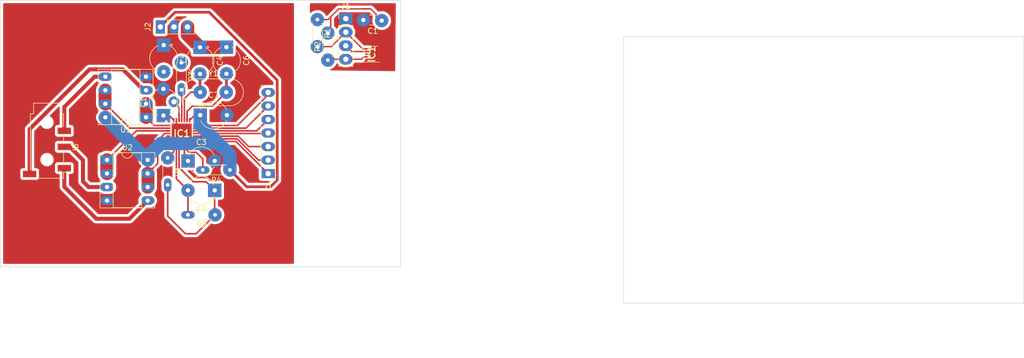
<source format=kicad_pcb>
(kicad_pcb (version 20171130) (host pcbnew "(5.1.7)-1")

  (general
    (thickness 1.6)
    (drawings 11)
    (tracks 157)
    (zones 0)
    (modules 23)
    (nets 34)
  )

  (page A4)
  (layers
    (0 F.Cu signal)
    (31 B.Cu signal)
    (32 B.Adhes user)
    (33 F.Adhes user)
    (34 B.Paste user)
    (35 F.Paste user)
    (36 B.SilkS user)
    (37 F.SilkS user)
    (38 B.Mask user)
    (39 F.Mask user)
    (40 Dwgs.User user)
    (41 Cmts.User user)
    (42 Eco1.User user)
    (43 Eco2.User user)
    (44 Edge.Cuts user)
    (45 Margin user)
    (46 B.CrtYd user)
    (47 F.CrtYd user)
    (48 B.Fab user)
    (49 F.Fab user)
  )

  (setup
    (last_trace_width 0.25)
    (user_trace_width 0.2)
    (user_trace_width 0.25)
    (user_trace_width 0.3)
    (user_trace_width 0.5)
    (user_trace_width 0.75)
    (user_trace_width 2.5)
    (user_trace_width 0.25)
    (user_trace_width 0.3)
    (user_trace_width 0.5)
    (user_trace_width 0.75)
    (user_trace_width 2.5)
    (trace_clearance 0.2)
    (zone_clearance 0.508)
    (zone_45_only no)
    (trace_min 0.2)
    (via_size 0.8)
    (via_drill 0.4)
    (via_min_size 0.4)
    (via_min_drill 0.3)
    (user_via 1.5 1)
    (user_via 1.5 1)
    (uvia_size 0.3)
    (uvia_drill 0.1)
    (uvias_allowed no)
    (uvia_min_size 0.2)
    (uvia_min_drill 0.1)
    (edge_width 0.05)
    (segment_width 0.2)
    (pcb_text_width 0.3)
    (pcb_text_size 1.5 1.5)
    (mod_edge_width 0.12)
    (mod_text_size 1 1)
    (mod_text_width 0.15)
    (pad_size 2 2)
    (pad_drill 0.8)
    (pad_to_mask_clearance 0)
    (aux_axis_origin 0 0)
    (visible_elements 7FFFFFFF)
    (pcbplotparams
      (layerselection 0x00000_7fffffff)
      (usegerberextensions false)
      (usegerberattributes true)
      (usegerberadvancedattributes true)
      (creategerberjobfile true)
      (excludeedgelayer true)
      (linewidth 0.020000)
      (plotframeref false)
      (viasonmask false)
      (mode 1)
      (useauxorigin false)
      (hpglpennumber 1)
      (hpglpenspeed 20)
      (hpglpendiameter 15.000000)
      (psnegative false)
      (psa4output false)
      (plotreference true)
      (plotvalue true)
      (plotinvisibletext false)
      (padsonsilk false)
      (subtractmaskfromsilk false)
      (outputformat 4)
      (mirror true)
      (drillshape 0)
      (scaleselection 1)
      (outputdirectory ""))
  )

  (net 0 "")
  (net 1 +5V)
  (net 2 GND1)
  (net 3 "Net-(C2-Pad1)")
  (net 4 "Net-(C2-Pad2)")
  (net 5 "Net-(C3-Pad1)")
  (net 6 "Net-(C4-Pad2)")
  (net 7 "Net-(C5-Pad2)")
  (net 8 "Net-(C6-Pad2)")
  (net 9 +3V3)
  (net 10 "Net-(IC1-Pad1)")
  (net 11 "Net-(IC1-Pad2)")
  (net 12 "Net-(IC1-Pad3)")
  (net 13 "Net-(IC1-Pad4)")
  (net 14 "Net-(IC1-Pad5)")
  (net 15 "Net-(IC1-Pad6)")
  (net 16 "Net-(IC1-Pad7)")
  (net 17 "Net-(IC1-Pad8)")
  (net 18 "Net-(IC1-Pad13)")
  (net 19 ALARMB)
  (net 20 CSB)
  (net 21 SCLK)
  (net 22 SDI)
  (net 23 SDO)
  (net 24 DRDYB)
  (net 25 CLK)
  (net 26 "Net-(IC1-Pad25)")
  (net 27 RA_ECG)
  (net 28 LL_ECG)
  (net 29 RL_ECG)
  (net 30 LA_ECG)
  (net 31 GND)
  (net 32 "Net-(C1-Pad1)")
  (net 33 "Net-(C1-Pad2)")

  (net_class Default "This is the default net class."
    (clearance 0.2)
    (trace_width 0.25)
    (via_dia 0.8)
    (via_drill 0.4)
    (uvia_dia 0.3)
    (uvia_drill 0.1)
    (add_net +3V3)
    (add_net +5V)
    (add_net ALARMB)
    (add_net CLK)
    (add_net CSB)
    (add_net DRDYB)
    (add_net GND)
    (add_net GND1)
    (add_net LA_ECG)
    (add_net LL_ECG)
    (add_net "Net-(C1-Pad1)")
    (add_net "Net-(C1-Pad2)")
    (add_net "Net-(C2-Pad1)")
    (add_net "Net-(C2-Pad2)")
    (add_net "Net-(C3-Pad1)")
    (add_net "Net-(C4-Pad2)")
    (add_net "Net-(C5-Pad2)")
    (add_net "Net-(C6-Pad2)")
    (add_net "Net-(IC1-Pad1)")
    (add_net "Net-(IC1-Pad13)")
    (add_net "Net-(IC1-Pad2)")
    (add_net "Net-(IC1-Pad25)")
    (add_net "Net-(IC1-Pad3)")
    (add_net "Net-(IC1-Pad4)")
    (add_net "Net-(IC1-Pad5)")
    (add_net "Net-(IC1-Pad6)")
    (add_net "Net-(IC1-Pad7)")
    (add_net "Net-(IC1-Pad8)")
    (add_net RA_ECG)
    (add_net RL_ECG)
    (add_net SCLK)
    (add_net SDI)
    (add_net SDO)
  )

  (module SamacSys_Parts:dip_8 (layer F.Cu) (tedit 6076650E) (tstamp 60767110)
    (at 40.53 35.13 180)
    (descr "8-lead though-hole mounted DIP package, row spacing 7.62 mm (300 mils), Socket")
    (tags "THT DIP DIL PDIP 2.54mm 7.62mm 300mil Socket")
    (path /604E2F77)
    (fp_text reference U1 (at 3.81 -2.33) (layer F.SilkS)
      (effects (font (size 1 1) (thickness 0.15)))
    )
    (fp_text value LM358 (at 3.81 9.95) (layer F.Fab)
      (effects (font (size 1 1) (thickness 0.15)))
    )
    (fp_line (start 9.15 -1.6) (end -1.55 -1.6) (layer F.CrtYd) (width 0.05))
    (fp_line (start 9.15 9.2) (end 9.15 -1.6) (layer F.CrtYd) (width 0.05))
    (fp_line (start -1.55 9.2) (end 9.15 9.2) (layer F.CrtYd) (width 0.05))
    (fp_line (start -1.55 -1.6) (end -1.55 9.2) (layer F.CrtYd) (width 0.05))
    (fp_line (start 8.95 -1.39) (end -1.33 -1.39) (layer F.SilkS) (width 0.12))
    (fp_line (start 8.95 9.01) (end 8.95 -1.39) (layer F.SilkS) (width 0.12))
    (fp_line (start -1.33 9.01) (end 8.95 9.01) (layer F.SilkS) (width 0.12))
    (fp_line (start -1.33 -1.39) (end -1.33 9.01) (layer F.SilkS) (width 0.12))
    (fp_line (start 6.46 -1.33) (end 4.81 -1.33) (layer F.SilkS) (width 0.12))
    (fp_line (start 6.46 8.95) (end 6.46 -1.33) (layer F.SilkS) (width 0.12))
    (fp_line (start 1.16 8.95) (end 6.46 8.95) (layer F.SilkS) (width 0.12))
    (fp_line (start 1.16 -1.33) (end 1.16 8.95) (layer F.SilkS) (width 0.12))
    (fp_line (start 2.81 -1.33) (end 1.16 -1.33) (layer F.SilkS) (width 0.12))
    (fp_line (start 8.89 -1.33) (end -1.27 -1.33) (layer F.Fab) (width 0.1))
    (fp_line (start 8.89 8.95) (end 8.89 -1.33) (layer F.Fab) (width 0.1))
    (fp_line (start -1.27 8.95) (end 8.89 8.95) (layer F.Fab) (width 0.1))
    (fp_line (start -1.27 -1.33) (end -1.27 8.95) (layer F.Fab) (width 0.1))
    (fp_line (start 0.635 -0.27) (end 1.635 -1.27) (layer F.Fab) (width 0.1))
    (fp_line (start 0.635 8.89) (end 0.635 -0.27) (layer F.Fab) (width 0.1))
    (fp_line (start 6.985 8.89) (end 0.635 8.89) (layer F.Fab) (width 0.1))
    (fp_line (start 6.985 -1.27) (end 6.985 8.89) (layer F.Fab) (width 0.1))
    (fp_line (start 1.635 -1.27) (end 6.985 -1.27) (layer F.Fab) (width 0.1))
    (fp_text user %R (at 3.81 3.81) (layer F.Fab)
      (effects (font (size 1 1) (thickness 0.15)))
    )
    (fp_arc (start 3.81 -1.33) (end 2.81 -1.33) (angle -180) (layer F.SilkS) (width 0.12))
    (pad 8 thru_hole oval (at 7.62 0 180) (size 2.5 1.6) (drill 0.8) (layers *.Cu *.Mask)
      (net 9 +3V3))
    (pad 4 thru_hole oval (at 0 7.62 180) (size 2.5 1.6) (drill 0.8) (layers *.Cu *.Mask)
      (net 31 GND))
    (pad 7 thru_hole oval (at 7.62 2.54 180) (size 2.5 1.6) (drill 0.8) (layers *.Cu *.Mask)
      (net 11 "Net-(IC1-Pad2)"))
    (pad 3 thru_hole oval (at 0 5.08 180) (size 2.5 1.6) (drill 0.8) (layers *.Cu *.Mask)
      (net 27 RA_ECG))
    (pad 6 thru_hole oval (at 7.62 5.08 180) (size 2.5 1.6) (drill 0.8) (layers *.Cu *.Mask)
      (net 11 "Net-(IC1-Pad2)"))
    (pad 2 thru_hole oval (at 0 2.54 180) (size 2.5 1.6) (drill 0.8) (layers *.Cu *.Mask)
      (net 10 "Net-(IC1-Pad1)"))
    (pad 5 thru_hole oval (at 7.62 7.62 180) (size 2.5 1.6) (drill 0.8) (layers *.Cu *.Mask)
      (net 30 LA_ECG))
    (pad 1 thru_hole rect (at 0 0 180) (size 2.5 1.6) (drill 0.8) (layers *.Cu *.Mask)
      (net 10 "Net-(IC1-Pad1)"))
    (model ${KISYS3DMOD}/Package_DIP.3dshapes/DIP-8_W7.62mm_Socket.wrl
      (at (xyz 0 0 0))
      (scale (xyz 1 1 1))
      (rotate (xyz 0 0 0))
    )
  )

  (module SamacSys_Parts:dip_8 (layer F.Cu) (tedit 6076650E) (tstamp 60767134)
    (at 33.22 43.13)
    (descr "8-lead though-hole mounted DIP package, row spacing 7.62 mm (300 mils), Socket")
    (tags "THT DIP DIL PDIP 2.54mm 7.62mm 300mil Socket")
    (path /604E5B03)
    (fp_text reference U2 (at 3.81 -2.33) (layer F.SilkS)
      (effects (font (size 1 1) (thickness 0.15)))
    )
    (fp_text value LM358 (at 3.81 9.95) (layer F.Fab)
      (effects (font (size 1 1) (thickness 0.15)))
    )
    (fp_line (start 1.635 -1.27) (end 6.985 -1.27) (layer F.Fab) (width 0.1))
    (fp_line (start 6.985 -1.27) (end 6.985 8.89) (layer F.Fab) (width 0.1))
    (fp_line (start 6.985 8.89) (end 0.635 8.89) (layer F.Fab) (width 0.1))
    (fp_line (start 0.635 8.89) (end 0.635 -0.27) (layer F.Fab) (width 0.1))
    (fp_line (start 0.635 -0.27) (end 1.635 -1.27) (layer F.Fab) (width 0.1))
    (fp_line (start -1.27 -1.33) (end -1.27 8.95) (layer F.Fab) (width 0.1))
    (fp_line (start -1.27 8.95) (end 8.89 8.95) (layer F.Fab) (width 0.1))
    (fp_line (start 8.89 8.95) (end 8.89 -1.33) (layer F.Fab) (width 0.1))
    (fp_line (start 8.89 -1.33) (end -1.27 -1.33) (layer F.Fab) (width 0.1))
    (fp_line (start 2.81 -1.33) (end 1.16 -1.33) (layer F.SilkS) (width 0.12))
    (fp_line (start 1.16 -1.33) (end 1.16 8.95) (layer F.SilkS) (width 0.12))
    (fp_line (start 1.16 8.95) (end 6.46 8.95) (layer F.SilkS) (width 0.12))
    (fp_line (start 6.46 8.95) (end 6.46 -1.33) (layer F.SilkS) (width 0.12))
    (fp_line (start 6.46 -1.33) (end 4.81 -1.33) (layer F.SilkS) (width 0.12))
    (fp_line (start -1.33 -1.39) (end -1.33 9.01) (layer F.SilkS) (width 0.12))
    (fp_line (start -1.33 9.01) (end 8.95 9.01) (layer F.SilkS) (width 0.12))
    (fp_line (start 8.95 9.01) (end 8.95 -1.39) (layer F.SilkS) (width 0.12))
    (fp_line (start 8.95 -1.39) (end -1.33 -1.39) (layer F.SilkS) (width 0.12))
    (fp_line (start -1.55 -1.6) (end -1.55 9.2) (layer F.CrtYd) (width 0.05))
    (fp_line (start -1.55 9.2) (end 9.15 9.2) (layer F.CrtYd) (width 0.05))
    (fp_line (start 9.15 9.2) (end 9.15 -1.6) (layer F.CrtYd) (width 0.05))
    (fp_line (start 9.15 -1.6) (end -1.55 -1.6) (layer F.CrtYd) (width 0.05))
    (fp_arc (start 3.81 -1.33) (end 2.81 -1.33) (angle -180) (layer F.SilkS) (width 0.12))
    (fp_text user %R (at 3.81 3.81) (layer F.Fab)
      (effects (font (size 1 1) (thickness 0.15)))
    )
    (pad 1 thru_hole rect (at 0 0) (size 2.5 1.6) (drill 0.8) (layers *.Cu *.Mask)
      (net 12 "Net-(IC1-Pad3)"))
    (pad 5 thru_hole oval (at 7.62 7.62) (size 2.5 1.6) (drill 0.8) (layers *.Cu *.Mask)
      (net 28 LL_ECG))
    (pad 2 thru_hole oval (at 0 2.54) (size 2.5 1.6) (drill 0.8) (layers *.Cu *.Mask)
      (net 12 "Net-(IC1-Pad3)"))
    (pad 6 thru_hole oval (at 7.62 5.08) (size 2.5 1.6) (drill 0.8) (layers *.Cu *.Mask)
      (net 13 "Net-(IC1-Pad4)"))
    (pad 3 thru_hole oval (at 0 5.08) (size 2.5 1.6) (drill 0.8) (layers *.Cu *.Mask)
      (net 29 RL_ECG))
    (pad 7 thru_hole oval (at 7.62 2.54) (size 2.5 1.6) (drill 0.8) (layers *.Cu *.Mask)
      (net 13 "Net-(IC1-Pad4)"))
    (pad 4 thru_hole oval (at 0 7.62) (size 2.5 1.6) (drill 0.8) (layers *.Cu *.Mask)
      (net 31 GND))
    (pad 8 thru_hole oval (at 7.62 0) (size 2.5 1.6) (drill 0.8) (layers *.Cu *.Mask)
      (net 9 +3V3))
    (model ${KISYS3DMOD}/Package_DIP.3dshapes/DIP-8_W7.62mm_Socket.wrl
      (at (xyz 0 0 0))
      (scale (xyz 1 1 1))
      (rotate (xyz 0 0 0))
    )
  )

  (module SamacSys_Parts:R_Axial_DIN0204_L3.6mm_D1.6mm_P5.08mm_Horizontal (layer F.Cu) (tedit 6076649B) (tstamp 60916B62)
    (at 47.17 24.88 270)
    (descr "Resistor, Axial_DIN0204 series, Axial, Horizontal, pin pitch=5.08mm, 0.167W, length*diameter=3.6*1.6mm^2, http://cdn-reichelt.de/documents/datenblatt/B400/1_4W%23YAG.pdf")
    (tags "Resistor Axial_DIN0204 series Axial Horizontal pin pitch 5.08mm 0.167W length 3.6mm diameter 1.6mm")
    (path /5FE73222)
    (fp_text reference R3 (at 2.54 -1.92 90) (layer F.SilkS)
      (effects (font (size 1 1) (thickness 0.15)))
    )
    (fp_text value 1M (at 2.54 1.92 90) (layer F.Fab)
      (effects (font (size 1 1) (thickness 0.15)))
    )
    (fp_line (start 0.74 -0.8) (end 0.74 0.8) (layer F.Fab) (width 0.1))
    (fp_line (start 0.74 0.8) (end 4.34 0.8) (layer F.Fab) (width 0.1))
    (fp_line (start 4.34 0.8) (end 4.34 -0.8) (layer F.Fab) (width 0.1))
    (fp_line (start 4.34 -0.8) (end 0.74 -0.8) (layer F.Fab) (width 0.1))
    (fp_line (start 0 0) (end 0.74 0) (layer F.Fab) (width 0.1))
    (fp_line (start 5.08 0) (end 4.34 0) (layer F.Fab) (width 0.1))
    (fp_line (start 0.62 -0.92) (end 4.46 -0.92) (layer F.SilkS) (width 0.12))
    (fp_line (start 0.62 0.92) (end 4.46 0.92) (layer F.SilkS) (width 0.12))
    (fp_line (start -0.95 -1.05) (end -0.95 1.05) (layer F.CrtYd) (width 0.05))
    (fp_line (start -0.95 1.05) (end 6.03 1.05) (layer F.CrtYd) (width 0.05))
    (fp_line (start 6.03 1.05) (end 6.03 -1.05) (layer F.CrtYd) (width 0.05))
    (fp_line (start 6.03 -1.05) (end -0.95 -1.05) (layer F.CrtYd) (width 0.05))
    (fp_text user %R (at 2.54 0 90) (layer F.Fab)
      (effects (font (size 0.72 0.72) (thickness 0.108)))
    )
    (pad 1 thru_hole circle (at 0 0 270) (size 2.5 2.5) (drill 0.7) (layers *.Cu *.Mask)
      (net 9 +3V3))
    (pad 2 thru_hole oval (at 5.08 0 270) (size 2.5 1.4) (drill 0.7) (layers *.Cu *.Mask)
      (net 26 "Net-(IC1-Pad25)"))
    (model ${KISYS3DMOD}/Resistor_THT.3dshapes/R_Axial_DIN0204_L3.6mm_D1.6mm_P5.08mm_Horizontal.wrl
      (at (xyz 0 0 0))
      (scale (xyz 1 1 1))
      (rotate (xyz 0 0 0))
    )
  )

  (module SamacSys_Parts:R_Axial_DIN0204_L3.6mm_D1.6mm_P5.08mm_Horizontal (layer F.Cu) (tedit 6076649B) (tstamp 607670B3)
    (at 44.59 42.74 270)
    (descr "Resistor, Axial_DIN0204 series, Axial, Horizontal, pin pitch=5.08mm, 0.167W, length*diameter=3.6*1.6mm^2, http://cdn-reichelt.de/documents/datenblatt/B400/1_4W%23YAG.pdf")
    (tags "Resistor Axial_DIN0204 series Axial Horizontal pin pitch 5.08mm 0.167W length 3.6mm diameter 1.6mm")
    (path /5FEC24FA)
    (fp_text reference R1 (at 2.54 -1.92 90) (layer F.SilkS)
      (effects (font (size 1 1) (thickness 0.15)))
    )
    (fp_text value "R1 in DS" (at 2.54 1.92 90) (layer F.Fab)
      (effects (font (size 1 1) (thickness 0.15)))
    )
    (fp_line (start 0.74 -0.8) (end 0.74 0.8) (layer F.Fab) (width 0.1))
    (fp_line (start 0.74 0.8) (end 4.34 0.8) (layer F.Fab) (width 0.1))
    (fp_line (start 4.34 0.8) (end 4.34 -0.8) (layer F.Fab) (width 0.1))
    (fp_line (start 4.34 -0.8) (end 0.74 -0.8) (layer F.Fab) (width 0.1))
    (fp_line (start 0 0) (end 0.74 0) (layer F.Fab) (width 0.1))
    (fp_line (start 5.08 0) (end 4.34 0) (layer F.Fab) (width 0.1))
    (fp_line (start 0.62 -0.92) (end 4.46 -0.92) (layer F.SilkS) (width 0.12))
    (fp_line (start 0.62 0.92) (end 4.46 0.92) (layer F.SilkS) (width 0.12))
    (fp_line (start -0.95 -1.05) (end -0.95 1.05) (layer F.CrtYd) (width 0.05))
    (fp_line (start -0.95 1.05) (end 6.03 1.05) (layer F.CrtYd) (width 0.05))
    (fp_line (start 6.03 1.05) (end 6.03 -1.05) (layer F.CrtYd) (width 0.05))
    (fp_line (start 6.03 -1.05) (end -0.95 -1.05) (layer F.CrtYd) (width 0.05))
    (fp_text user %R (at 2.54 0 90) (layer F.Fab)
      (effects (font (size 0.72 0.72) (thickness 0.108)))
    )
    (pad 1 thru_hole circle (at 0 0 270) (size 2.5 2.5) (drill 0.7) (layers *.Cu *.Mask)
      (net 17 "Net-(IC1-Pad8)"))
    (pad 2 thru_hole oval (at 5.08 0 270) (size 2.5 1.4) (drill 0.7) (layers *.Cu *.Mask)
      (net 3 "Net-(C2-Pad1)"))
    (model ${KISYS3DMOD}/Resistor_THT.3dshapes/R_Axial_DIN0204_L3.6mm_D1.6mm_P5.08mm_Horizontal.wrl
      (at (xyz 0 0 0))
      (scale (xyz 1 1 1))
      (rotate (xyz 0 0 0))
    )
  )

  (module SamacSys_Parts:R_Axial_DIN0204_L3.6mm_D1.6mm_P5.08mm_Horizontal (layer F.Cu) (tedit 6076649B) (tstamp 607670C6)
    (at 53.46 53.43 180)
    (descr "Resistor, Axial_DIN0204 series, Axial, Horizontal, pin pitch=5.08mm, 0.167W, length*diameter=3.6*1.6mm^2, http://cdn-reichelt.de/documents/datenblatt/B400/1_4W%23YAG.pdf")
    (tags "Resistor Axial_DIN0204 series Axial Horizontal pin pitch 5.08mm 0.167W length 3.6mm diameter 1.6mm")
    (path /5FEC1C82)
    (fp_text reference R2 (at 2.54 -1.92) (layer F.SilkS)
      (effects (font (size 1 1) (thickness 0.15)))
    )
    (fp_text value "R2 in DS" (at 2.54 1.92) (layer F.Fab)
      (effects (font (size 1 1) (thickness 0.15)))
    )
    (fp_line (start 0.74 -0.8) (end 0.74 0.8) (layer F.Fab) (width 0.1))
    (fp_line (start 0.74 0.8) (end 4.34 0.8) (layer F.Fab) (width 0.1))
    (fp_line (start 4.34 0.8) (end 4.34 -0.8) (layer F.Fab) (width 0.1))
    (fp_line (start 4.34 -0.8) (end 0.74 -0.8) (layer F.Fab) (width 0.1))
    (fp_line (start 0 0) (end 0.74 0) (layer F.Fab) (width 0.1))
    (fp_line (start 5.08 0) (end 4.34 0) (layer F.Fab) (width 0.1))
    (fp_line (start 0.62 -0.92) (end 4.46 -0.92) (layer F.SilkS) (width 0.12))
    (fp_line (start 0.62 0.92) (end 4.46 0.92) (layer F.SilkS) (width 0.12))
    (fp_line (start -0.95 -1.05) (end -0.95 1.05) (layer F.CrtYd) (width 0.05))
    (fp_line (start -0.95 1.05) (end 6.03 1.05) (layer F.CrtYd) (width 0.05))
    (fp_line (start 6.03 1.05) (end 6.03 -1.05) (layer F.CrtYd) (width 0.05))
    (fp_line (start 6.03 -1.05) (end -0.95 -1.05) (layer F.CrtYd) (width 0.05))
    (fp_text user %R (at 2.54 0) (layer F.Fab)
      (effects (font (size 0.72 0.72) (thickness 0.108)))
    )
    (pad 1 thru_hole circle (at 0 0 180) (size 2.5 2.5) (drill 0.7) (layers *.Cu *.Mask)
      (net 3 "Net-(C2-Pad1)"))
    (pad 2 thru_hole oval (at 5.08 0 180) (size 2.5 1.4) (drill 0.7) (layers *.Cu *.Mask)
      (net 4 "Net-(C2-Pad2)"))
    (model ${KISYS3DMOD}/Resistor_THT.3dshapes/R_Axial_DIN0204_L3.6mm_D1.6mm_P5.08mm_Horizontal.wrl
      (at (xyz 0 0 0))
      (scale (xyz 1 1 1))
      (rotate (xyz 0 0 0))
    )
  )

  (module SamacSys_Parts:R_Axial_DIN0204_L3.6mm_D1.6mm_P5.08mm_Horizontal (layer F.Cu) (tedit 6076649B) (tstamp 607670EC)
    (at 56.25 45.01 180)
    (descr "Resistor, Axial_DIN0204 series, Axial, Horizontal, pin pitch=5.08mm, 0.167W, length*diameter=3.6*1.6mm^2, http://cdn-reichelt.de/documents/datenblatt/B400/1_4W%23YAG.pdf")
    (tags "Resistor Axial_DIN0204 series Axial Horizontal pin pitch 5.08mm 0.167W length 3.6mm diameter 1.6mm")
    (path /5FEE5040)
    (fp_text reference R4 (at 2.54 -1.92) (layer F.SilkS)
      (effects (font (size 1 1) (thickness 0.15)))
    )
    (fp_text value 1M (at 2.54 1.92) (layer F.Fab)
      (effects (font (size 1 1) (thickness 0.15)))
    )
    (fp_line (start 0.74 -0.8) (end 0.74 0.8) (layer F.Fab) (width 0.1))
    (fp_line (start 0.74 0.8) (end 4.34 0.8) (layer F.Fab) (width 0.1))
    (fp_line (start 4.34 0.8) (end 4.34 -0.8) (layer F.Fab) (width 0.1))
    (fp_line (start 4.34 -0.8) (end 0.74 -0.8) (layer F.Fab) (width 0.1))
    (fp_line (start 0 0) (end 0.74 0) (layer F.Fab) (width 0.1))
    (fp_line (start 5.08 0) (end 4.34 0) (layer F.Fab) (width 0.1))
    (fp_line (start 0.62 -0.92) (end 4.46 -0.92) (layer F.SilkS) (width 0.12))
    (fp_line (start 0.62 0.92) (end 4.46 0.92) (layer F.SilkS) (width 0.12))
    (fp_line (start -0.95 -1.05) (end -0.95 1.05) (layer F.CrtYd) (width 0.05))
    (fp_line (start -0.95 1.05) (end 6.03 1.05) (layer F.CrtYd) (width 0.05))
    (fp_line (start 6.03 1.05) (end 6.03 -1.05) (layer F.CrtYd) (width 0.05))
    (fp_line (start 6.03 -1.05) (end -0.95 -1.05) (layer F.CrtYd) (width 0.05))
    (fp_text user %R (at 2.54 0) (layer F.Fab)
      (effects (font (size 0.72 0.72) (thickness 0.108)))
    )
    (pad 1 thru_hole circle (at 0 0 180) (size 2.5 2.5) (drill 0.7) (layers *.Cu *.Mask)
      (net 9 +3V3))
    (pad 2 thru_hole oval (at 5.08 0 180) (size 2.5 1.4) (drill 0.7) (layers *.Cu *.Mask)
      (net 18 "Net-(IC1-Pad13)"))
    (model ${KISYS3DMOD}/Resistor_THT.3dshapes/R_Axial_DIN0204_L3.6mm_D1.6mm_P5.08mm_Horizontal.wrl
      (at (xyz 0 0 0))
      (scale (xyz 1 1 1))
      (rotate (xyz 0 0 0))
    )
  )

  (module SamacSys_Parts:header_3 (layer F.Cu) (tedit 60766441) (tstamp 6076707B)
    (at 43.22 18.17 90)
    (descr "Through hole straight pin header, 1x03, 2.54mm pitch, single row")
    (tags "Through hole pin header THT 1x03 2.54mm single row")
    (path /604C4283)
    (fp_text reference J2 (at 0 -2.33 90) (layer F.SilkS)
      (effects (font (size 1 1) (thickness 0.15)))
    )
    (fp_text value Conn_01x03 (at 0 7.41 90) (layer F.Fab)
      (effects (font (size 1 1) (thickness 0.15)))
    )
    (fp_line (start -0.635 -1.27) (end 1.27 -1.27) (layer F.Fab) (width 0.1))
    (fp_line (start 1.27 -1.27) (end 1.27 6.35) (layer F.Fab) (width 0.1))
    (fp_line (start 1.27 6.35) (end -1.27 6.35) (layer F.Fab) (width 0.1))
    (fp_line (start -1.27 6.35) (end -1.27 -0.635) (layer F.Fab) (width 0.1))
    (fp_line (start -1.27 -0.635) (end -0.635 -1.27) (layer F.Fab) (width 0.1))
    (fp_line (start -1.33 6.41) (end 1.33 6.41) (layer F.SilkS) (width 0.12))
    (fp_line (start -1.33 1.27) (end -1.33 6.41) (layer F.SilkS) (width 0.12))
    (fp_line (start 1.33 1.27) (end 1.33 6.41) (layer F.SilkS) (width 0.12))
    (fp_line (start -1.33 1.27) (end 1.33 1.27) (layer F.SilkS) (width 0.12))
    (fp_line (start -1.33 0) (end -1.33 -1.33) (layer F.SilkS) (width 0.12))
    (fp_line (start -1.33 -1.33) (end 0 -1.33) (layer F.SilkS) (width 0.12))
    (fp_line (start -1.8 -1.8) (end -1.8 6.85) (layer F.CrtYd) (width 0.05))
    (fp_line (start -1.8 6.85) (end 1.8 6.85) (layer F.CrtYd) (width 0.05))
    (fp_line (start 1.8 6.85) (end 1.8 -1.8) (layer F.CrtYd) (width 0.05))
    (fp_line (start 1.8 -1.8) (end -1.8 -1.8) (layer F.CrtYd) (width 0.05))
    (fp_text user %R (at 0 2.54) (layer F.Fab)
      (effects (font (size 1 1) (thickness 0.15)))
    )
    (pad 1 thru_hole rect (at 0 0 90) (size 2.5 1.7) (drill 1) (layers *.Cu *.Mask)
      (net 9 +3V3))
    (pad 2 thru_hole oval (at 0 2.54 90) (size 2.5 1.7) (drill 1) (layers *.Cu *.Mask)
      (net 2 GND1))
    (pad 3 thru_hole oval (at 0 5.08 90) (size 2.5 1.7) (drill 1) (layers *.Cu *.Mask)
      (net 1 +5V))
    (model ${KISYS3DMOD}/Connector_PinHeader_2.54mm.3dshapes/PinHeader_1x03_P2.54mm_Vertical.wrl
      (at (xyz 0 0 0))
      (scale (xyz 1 1 1))
      (rotate (xyz 0 0 0))
    )
  )

  (module Connector_PinHeader_2.54mm:PinHeader_1x07_P2.54mm_Vertical (layer F.Cu) (tedit 607663B0) (tstamp 6077092C)
    (at 63.42 45.7 180)
    (descr "Through hole straight pin header, 1x07, 2.54mm pitch, single row")
    (tags "Through hole pin header THT 1x07 2.54mm single row")
    (path /5FF30382)
    (fp_text reference J1 (at 0 -2.33 180) (layer F.SilkS)
      (effects (font (size 1 1) (thickness 0.15)))
    )
    (fp_text value Conn_01x07 (at 0 17.57 180) (layer F.Fab)
      (effects (font (size 1 1) (thickness 0.15)))
    )
    (fp_line (start 1.8 -1.8) (end -1.8 -1.8) (layer F.CrtYd) (width 0.05))
    (fp_line (start 1.8 17.05) (end 1.8 -1.8) (layer F.CrtYd) (width 0.05))
    (fp_line (start -1.8 17.05) (end 1.8 17.05) (layer F.CrtYd) (width 0.05))
    (fp_line (start -1.8 -1.8) (end -1.8 17.05) (layer F.CrtYd) (width 0.05))
    (fp_line (start -1.33 -1.33) (end 0 -1.33) (layer F.SilkS) (width 0.12))
    (fp_line (start -1.33 0) (end -1.33 -1.33) (layer F.SilkS) (width 0.12))
    (fp_line (start -1.33 1.27) (end 1.33 1.27) (layer F.SilkS) (width 0.12))
    (fp_line (start 1.33 1.27) (end 1.33 16.57) (layer F.SilkS) (width 0.12))
    (fp_line (start -1.33 1.27) (end -1.33 16.57) (layer F.SilkS) (width 0.12))
    (fp_line (start -1.33 16.57) (end 1.33 16.57) (layer F.SilkS) (width 0.12))
    (fp_line (start -1.27 -0.635) (end -0.635 -1.27) (layer F.Fab) (width 0.1))
    (fp_line (start -1.27 16.51) (end -1.27 -0.635) (layer F.Fab) (width 0.1))
    (fp_line (start 1.27 16.51) (end -1.27 16.51) (layer F.Fab) (width 0.1))
    (fp_line (start 1.27 -1.27) (end 1.27 16.51) (layer F.Fab) (width 0.1))
    (fp_line (start -0.635 -1.27) (end 1.27 -1.27) (layer F.Fab) (width 0.1))
    (fp_text user %R (at 0 7.62 270) (layer F.Fab)
      (effects (font (size 1 1) (thickness 0.15)))
    )
    (pad 1 thru_hole rect (at 0 0 180) (size 2.5 1.7) (drill 1) (layers *.Cu *.Mask)
      (net 19 ALARMB))
    (pad 2 thru_hole oval (at 0 2.54 180) (size 2.5 1.7) (drill 1) (layers *.Cu *.Mask)
      (net 20 CSB))
    (pad 3 thru_hole oval (at 0 5.08 180) (size 2.5 1.7) (drill 1) (layers *.Cu *.Mask)
      (net 21 SCLK))
    (pad 4 thru_hole oval (at 0 7.62 180) (size 2.5 1.7) (drill 1) (layers *.Cu *.Mask)
      (net 22 SDI))
    (pad 5 thru_hole oval (at 0 10.16 180) (size 2.5 1.7) (drill 1) (layers *.Cu *.Mask)
      (net 23 SDO))
    (pad 6 thru_hole oval (at 0 12.7 180) (size 2.5 1.7) (drill 1) (layers *.Cu *.Mask)
      (net 24 DRDYB))
    (pad 7 thru_hole oval (at 0 15.24 180) (size 2.5 1.7) (drill 1) (layers *.Cu *.Mask)
      (net 25 CLK))
    (model ${KISYS3DMOD}/Connector_PinHeader_2.54mm.3dshapes/PinHeader_1x07_P2.54mm_Vertical.wrl
      (at (xyz 0 0 0))
      (scale (xyz 1 1 1))
      (rotate (xyz 0 0 0))
    )
  )

  (module SamacSys_Parts:tht_cap (layer F.Cu) (tedit 60766131) (tstamp 60766FD2)
    (at 53.39 48.83 180)
    (descr "CP, Radial_Tantal series, Radial, pin pitch=5.00mm, , diameter=5.0mm, Tantal Electrolytic Capacitor, http://cdn-reichelt.de/documents/datenblatt/B300/TANTAL-TB-Serie%23.pdf")
    (tags "CP Radial_Tantal series Radial pin pitch 5.00mm  diameter 5.0mm Tantal Electrolytic Capacitor")
    (path /5FEC17A2)
    (fp_text reference C2 (at 2.5 -3.5) (layer F.SilkS)
      (effects (font (size 1 1) (thickness 0.15)))
    )
    (fp_text value "C1 in DS" (at 2.5 3.5) (layer F.Fab)
      (effects (font (size 1 1) (thickness 0.15)))
    )
    (fp_circle (center 2.5 0) (end 5 0) (layer F.Fab) (width 0.1))
    (fp_circle (center 2.5 0) (end 6.22 0) (layer F.CrtYd) (width 0.05))
    (fp_line (start 0.366395 -1.0875) (end 0.866395 -1.0875) (layer F.Fab) (width 0.1))
    (fp_line (start 0.616395 -1.3375) (end 0.616395 -0.8375) (layer F.Fab) (width 0.1))
    (fp_line (start -0.304775 -1.475) (end 0.195225 -1.475) (layer F.SilkS) (width 0.12))
    (fp_line (start -0.054775 -1.725) (end -0.054775 -1.225) (layer F.SilkS) (width 0.12))
    (fp_arc (start 2.5 0) (end 0.104003 -1.06) (angle 132.27036) (layer F.SilkS) (width 0.12))
    (fp_arc (start 2.5 0) (end 0.104003 1.06) (angle -132.27036) (layer F.SilkS) (width 0.12))
    (fp_text user %R (at 2.5 0) (layer F.Fab)
      (effects (font (size 0.9 0.9) (thickness 0.135)))
    )
    (pad 1 thru_hole rect (at 0 0 180) (size 2.5 2.5) (drill 0.8) (layers *.Cu *.Mask)
      (net 3 "Net-(C2-Pad1)"))
    (pad 2 thru_hole circle (at 5 0 180) (size 2.5 2.5) (drill 0.8) (layers *.Cu *.Mask)
      (net 4 "Net-(C2-Pad2)"))
    (model ${KISYS3DMOD}/Capacitor_THT.3dshapes/CP_Radial_Tantal_D5.0mm_P5.00mm.wrl
      (at (xyz 0 0 0))
      (scale (xyz 1 1 1))
      (rotate (xyz 0 0 0))
    )
  )

  (module SamacSys_Parts:tht_cap (layer F.Cu) (tedit 60766131) (tstamp 60766FE1)
    (at 48.4 43.31)
    (descr "CP, Radial_Tantal series, Radial, pin pitch=5.00mm, , diameter=5.0mm, Tantal Electrolytic Capacitor, http://cdn-reichelt.de/documents/datenblatt/B300/TANTAL-TB-Serie%23.pdf")
    (tags "CP Radial_Tantal series Radial pin pitch 5.00mm  diameter 5.0mm Tantal Electrolytic Capacitor")
    (path /5FED07EC)
    (fp_text reference C3 (at 2.5 -3.5) (layer F.SilkS)
      (effects (font (size 1 1) (thickness 0.15)))
    )
    (fp_text value ".1 u" (at 2.5 3.5) (layer F.Fab)
      (effects (font (size 1 1) (thickness 0.15)))
    )
    (fp_circle (center 2.5 0) (end 5 0) (layer F.Fab) (width 0.1))
    (fp_circle (center 2.5 0) (end 6.22 0) (layer F.CrtYd) (width 0.05))
    (fp_line (start 0.366395 -1.0875) (end 0.866395 -1.0875) (layer F.Fab) (width 0.1))
    (fp_line (start 0.616395 -1.3375) (end 0.616395 -0.8375) (layer F.Fab) (width 0.1))
    (fp_line (start -0.304775 -1.475) (end 0.195225 -1.475) (layer F.SilkS) (width 0.12))
    (fp_line (start -0.054775 -1.725) (end -0.054775 -1.225) (layer F.SilkS) (width 0.12))
    (fp_arc (start 2.5 0) (end 0.104003 -1.06) (angle 132.27036) (layer F.SilkS) (width 0.12))
    (fp_arc (start 2.5 0) (end 0.104003 1.06) (angle -132.27036) (layer F.SilkS) (width 0.12))
    (fp_text user %R (at 2.5 0) (layer F.Fab)
      (effects (font (size 0.9 0.9) (thickness 0.135)))
    )
    (pad 1 thru_hole rect (at 0 0) (size 2.5 2.5) (drill 0.8) (layers *.Cu *.Mask)
      (net 5 "Net-(C3-Pad1)"))
    (pad 2 thru_hole circle (at 5 0) (size 2.5 2.5) (drill 0.8) (layers *.Cu *.Mask)
      (net 2 GND1))
    (model ${KISYS3DMOD}/Capacitor_THT.3dshapes/CP_Radial_Tantal_D5.0mm_P5.00mm.wrl
      (at (xyz 0 0 0))
      (scale (xyz 1 1 1))
      (rotate (xyz 0 0 0))
    )
  )

  (module SamacSys_Parts:tht_cap (layer F.Cu) (tedit 60766131) (tstamp 6076700E)
    (at 55.6 21.96 270)
    (descr "CP, Radial_Tantal series, Radial, pin pitch=5.00mm, , diameter=5.0mm, Tantal Electrolytic Capacitor, http://cdn-reichelt.de/documents/datenblatt/B300/TANTAL-TB-Serie%23.pdf")
    (tags "CP Radial_Tantal series Radial pin pitch 5.00mm  diameter 5.0mm Tantal Electrolytic Capacitor")
    (path /5FE9E954)
    (fp_text reference C6 (at 2.5 -3.75 90) (layer F.SilkS)
      (effects (font (size 1 1) (thickness 0.15)))
    )
    (fp_text value 22pf (at 2.5 3.75 90) (layer F.Fab)
      (effects (font (size 1 1) (thickness 0.15)))
    )
    (fp_circle (center 2.5 0) (end 5 0) (layer F.Fab) (width 0.1))
    (fp_circle (center 2.5 0) (end 6.22 0) (layer F.CrtYd) (width 0.05))
    (fp_line (start 0.366395 -1.0875) (end 0.866395 -1.0875) (layer F.Fab) (width 0.1))
    (fp_line (start 0.616395 -1.3375) (end 0.616395 -0.8375) (layer F.Fab) (width 0.1))
    (fp_line (start -0.304775 -1.475) (end 0.195225 -1.475) (layer F.SilkS) (width 0.12))
    (fp_line (start -0.054775 -1.725) (end -0.054775 -1.225) (layer F.SilkS) (width 0.12))
    (fp_arc (start 2.5 0) (end 0.104003 -1.06) (angle 132.27036) (layer F.SilkS) (width 0.12))
    (fp_arc (start 2.5 0) (end 0.104003 1.06) (angle -132.27036) (layer F.SilkS) (width 0.12))
    (fp_text user %R (at 2.5 0 90) (layer F.Fab)
      (effects (font (size 1 1) (thickness 0.15)))
    )
    (pad 1 thru_hole rect (at 0 0 270) (size 2.5 2.5) (drill 0.8) (layers *.Cu *.Mask)
      (net 1 +5V))
    (pad 2 thru_hole circle (at 5 0 270) (size 2.5 2.5) (drill 0.8) (layers *.Cu *.Mask)
      (net 8 "Net-(C6-Pad2)"))
    (model ${KISYS3DMOD}/Capacitor_THT.3dshapes/CP_Radial_Tantal_D5.0mm_P5.00mm.wrl
      (at (xyz 0 0 0))
      (scale (xyz 1 1 1))
      (rotate (xyz 0 0 0))
    )
  )

  (module SamacSys_Parts:tht_cap (layer F.Cu) (tedit 60766131) (tstamp 60766FF0)
    (at 50.65 22 270)
    (descr "CP, Radial_Tantal series, Radial, pin pitch=5.00mm, , diameter=5.0mm, Tantal Electrolytic Capacitor, http://cdn-reichelt.de/documents/datenblatt/B300/TANTAL-TB-Serie%23.pdf")
    (tags "CP Radial_Tantal series Radial pin pitch 5.00mm  diameter 5.0mm Tantal Electrolytic Capacitor")
    (path /5FE8D5A9)
    (fp_text reference C4 (at 2.5 -3.75 90) (layer F.SilkS)
      (effects (font (size 1 1) (thickness 0.15)))
    )
    (fp_text value 22pf (at 2.5 3.75 90) (layer F.Fab)
      (effects (font (size 1 1) (thickness 0.15)))
    )
    (fp_circle (center 2.5 0) (end 5 0) (layer F.Fab) (width 0.1))
    (fp_circle (center 2.5 0) (end 6.22 0) (layer F.CrtYd) (width 0.05))
    (fp_line (start 0.366395 -1.0875) (end 0.866395 -1.0875) (layer F.Fab) (width 0.1))
    (fp_line (start 0.616395 -1.3375) (end 0.616395 -0.8375) (layer F.Fab) (width 0.1))
    (fp_line (start -0.304775 -1.475) (end 0.195225 -1.475) (layer F.SilkS) (width 0.12))
    (fp_line (start -0.054775 -1.725) (end -0.054775 -1.225) (layer F.SilkS) (width 0.12))
    (fp_arc (start 2.5 0) (end 0.104003 -1.06) (angle 132.27036) (layer F.SilkS) (width 0.12))
    (fp_arc (start 2.5 0) (end 0.104003 1.06) (angle -132.27036) (layer F.SilkS) (width 0.12))
    (fp_text user %R (at 2.5 0 90) (layer F.Fab)
      (effects (font (size 1 1) (thickness 0.15)))
    )
    (pad 1 thru_hole rect (at 0 0 270) (size 2.5 2.5) (drill 0.8) (layers *.Cu *.Mask)
      (net 1 +5V))
    (pad 2 thru_hole circle (at 5 0 270) (size 2.5 2.5) (drill 0.8) (layers *.Cu *.Mask)
      (net 6 "Net-(C4-Pad2)"))
    (model ${KISYS3DMOD}/Capacitor_THT.3dshapes/CP_Radial_Tantal_D5.0mm_P5.00mm.wrl
      (at (xyz 0 0 0))
      (scale (xyz 1 1 1))
      (rotate (xyz 0 0 0))
    )
  )

  (module SamacSys_Parts:tht_cap (layer F.Cu) (tedit 60766131) (tstamp 60766FC3)
    (at 43.79 34.8 90)
    (descr "CP, Radial_Tantal series, Radial, pin pitch=5.00mm, , diameter=5.0mm, Tantal Electrolytic Capacitor, http://cdn-reichelt.de/documents/datenblatt/B300/TANTAL-TB-Serie%23.pdf")
    (tags "CP Radial_Tantal series Radial pin pitch 5.00mm  diameter 5.0mm Tantal Electrolytic Capacitor")
    (path /5FE5E0BB)
    (fp_text reference C1 (at 2.5 -3.75 90) (layer F.SilkS)
      (effects (font (size 1 1) (thickness 0.15)))
    )
    (fp_text value .1u (at 2.5 3.75 90) (layer F.Fab)
      (effects (font (size 1 1) (thickness 0.15)))
    )
    (fp_circle (center 2.5 0) (end 5 0) (layer F.Fab) (width 0.1))
    (fp_circle (center 2.5 0) (end 6.22 0) (layer F.CrtYd) (width 0.05))
    (fp_line (start 0.366395 -1.0875) (end 0.866395 -1.0875) (layer F.Fab) (width 0.1))
    (fp_line (start 0.616395 -1.3375) (end 0.616395 -0.8375) (layer F.Fab) (width 0.1))
    (fp_line (start -0.304775 -1.475) (end 0.195225 -1.475) (layer F.SilkS) (width 0.12))
    (fp_line (start -0.054775 -1.725) (end -0.054775 -1.225) (layer F.SilkS) (width 0.12))
    (fp_arc (start 2.5 0) (end 0.104003 -1.06) (angle 132.27036) (layer F.SilkS) (width 0.12))
    (fp_arc (start 2.5 0) (end 0.104003 1.06) (angle -132.27036) (layer F.SilkS) (width 0.12))
    (fp_text user %R (at 2.5 0 90) (layer F.Fab)
      (effects (font (size 1 1) (thickness 0.15)))
    )
    (pad 1 thru_hole rect (at 0 0 90) (size 2.5 2.5) (drill 0.8) (layers *.Cu *.Mask)
      (net 1 +5V))
    (pad 2 thru_hole circle (at 5 0 90) (size 2.5 2.5) (drill 0.8) (layers *.Cu *.Mask)
      (net 2 GND1))
    (model ${KISYS3DMOD}/Capacitor_THT.3dshapes/CP_Radial_Tantal_D5.0mm_P5.00mm.wrl
      (at (xyz 0 0 0))
      (scale (xyz 1 1 1))
      (rotate (xyz 0 0 0))
    )
  )

  (module SamacSys_Parts:tht_cap (layer F.Cu) (tedit 60766131) (tstamp 60766FFF)
    (at 43.84 21.59 270)
    (descr "CP, Radial_Tantal series, Radial, pin pitch=5.00mm, , diameter=5.0mm, Tantal Electrolytic Capacitor, http://cdn-reichelt.de/documents/datenblatt/B300/TANTAL-TB-Serie%23.pdf")
    (tags "CP Radial_Tantal series Radial pin pitch 5.00mm  diameter 5.0mm Tantal Electrolytic Capacitor")
    (path /5FE6F34C)
    (fp_text reference C5 (at 2.5 -3.75 90) (layer F.SilkS)
      (effects (font (size 1 1) (thickness 0.15)))
    )
    (fp_text value 1u (at 2.5 3.75 90) (layer F.Fab)
      (effects (font (size 1 1) (thickness 0.15)))
    )
    (fp_circle (center 2.5 0) (end 5 0) (layer F.Fab) (width 0.1))
    (fp_circle (center 2.5 0) (end 6.22 0) (layer F.CrtYd) (width 0.05))
    (fp_line (start 0.366395 -1.0875) (end 0.866395 -1.0875) (layer F.Fab) (width 0.1))
    (fp_line (start 0.616395 -1.3375) (end 0.616395 -0.8375) (layer F.Fab) (width 0.1))
    (fp_line (start -0.304775 -1.475) (end 0.195225 -1.475) (layer F.SilkS) (width 0.12))
    (fp_line (start -0.054775 -1.725) (end -0.054775 -1.225) (layer F.SilkS) (width 0.12))
    (fp_arc (start 2.5 0) (end 0.104003 -1.06) (angle 132.27036) (layer F.SilkS) (width 0.12))
    (fp_arc (start 2.5 0) (end 0.104003 1.06) (angle -132.27036) (layer F.SilkS) (width 0.12))
    (fp_text user %R (at 2.5 0 90) (layer F.Fab)
      (effects (font (size 1 1) (thickness 0.15)))
    )
    (pad 1 thru_hole rect (at 0 0 270) (size 2.5 2.5) (drill 0.8) (layers *.Cu *.Mask)
      (net 2 GND1))
    (pad 2 thru_hole circle (at 5 0 270) (size 2.5 2.5) (drill 0.8) (layers *.Cu *.Mask)
      (net 7 "Net-(C5-Pad2)"))
    (model ${KISYS3DMOD}/Capacitor_THT.3dshapes/CP_Radial_Tantal_D5.0mm_P5.00mm.wrl
      (at (xyz 0 0 0))
      (scale (xyz 1 1 1))
      (rotate (xyz 0 0 0))
    )
  )

  (module SamacSys_Parts:tht_cap (layer F.Cu) (tedit 60766131) (tstamp 60917208)
    (at 50.69 34.72)
    (descr "CP, Radial_Tantal series, Radial, pin pitch=5.00mm, , diameter=5.0mm, Tantal Electrolytic Capacitor, http://cdn-reichelt.de/documents/datenblatt/B300/TANTAL-TB-Serie%23.pdf")
    (tags "CP Radial_Tantal series Radial pin pitch 5.00mm  diameter 5.0mm Tantal Electrolytic Capacitor")
    (path /5FEAD6C7)
    (fp_text reference C7 (at 2.5 -3.75) (layer F.SilkS)
      (effects (font (size 1 1) (thickness 0.15)))
    )
    (fp_text value .1u (at 2.5 3.75) (layer F.Fab)
      (effects (font (size 1 1) (thickness 0.15)))
    )
    (fp_circle (center 2.5 0) (end 5 0) (layer F.Fab) (width 0.1))
    (fp_circle (center 2.5 0) (end 6.22 0) (layer F.CrtYd) (width 0.05))
    (fp_line (start 0.366395 -1.0875) (end 0.866395 -1.0875) (layer F.Fab) (width 0.1))
    (fp_line (start 0.616395 -1.3375) (end 0.616395 -0.8375) (layer F.Fab) (width 0.1))
    (fp_line (start -0.304775 -1.475) (end 0.195225 -1.475) (layer F.SilkS) (width 0.12))
    (fp_line (start -0.054775 -1.725) (end -0.054775 -1.225) (layer F.SilkS) (width 0.12))
    (fp_arc (start 2.5 0) (end 0.104003 -1.06) (angle 132.27036) (layer F.SilkS) (width 0.12))
    (fp_arc (start 2.5 0) (end 0.104003 1.06) (angle -132.27036) (layer F.SilkS) (width 0.12))
    (fp_text user %R (at 2.5 0) (layer F.Fab)
      (effects (font (size 1 1) (thickness 0.15)))
    )
    (pad 1 thru_hole rect (at 0 0) (size 2.5 2.5) (drill 0.8) (layers *.Cu *.Mask)
      (net 9 +3V3))
    (pad 2 thru_hole circle (at 5 0) (size 2.5 2.5) (drill 0.8) (layers *.Cu *.Mask)
      (net 2 GND1))
    (model ${KISYS3DMOD}/Capacitor_THT.3dshapes/CP_Radial_Tantal_D5.0mm_P5.00mm.wrl
      (at (xyz 0 0 0))
      (scale (xyz 1 1 1))
      (rotate (xyz 0 0 0))
    )
  )

  (module Crystal:Crystal_HC49-U_Vertical (layer F.Cu) (tedit 607660E6) (tstamp 6076714B)
    (at 50.69 30.43)
    (descr "Crystal THT HC-49/U http://5hertz.com/pdfs/04404_D.pdf")
    (tags "THT crystalHC-49/U")
    (path /5FE892EF)
    (fp_text reference Y1 (at 2.44 -3.525) (layer F.SilkS)
      (effects (font (size 1 1) (thickness 0.15)))
    )
    (fp_text value "4.096 Mhz" (at 2.44 3.525) (layer F.Fab)
      (effects (font (size 1 1) (thickness 0.15)))
    )
    (fp_line (start 8.4 -2.8) (end -3.5 -2.8) (layer F.CrtYd) (width 0.05))
    (fp_line (start 8.4 2.8) (end 8.4 -2.8) (layer F.CrtYd) (width 0.05))
    (fp_line (start -3.5 2.8) (end 8.4 2.8) (layer F.CrtYd) (width 0.05))
    (fp_line (start -3.5 -2.8) (end -3.5 2.8) (layer F.CrtYd) (width 0.05))
    (fp_line (start -0.685 2.525) (end 5.565 2.525) (layer F.SilkS) (width 0.12))
    (fp_line (start -0.685 -2.525) (end 5.565 -2.525) (layer F.SilkS) (width 0.12))
    (fp_line (start -0.56 2) (end 5.44 2) (layer F.Fab) (width 0.1))
    (fp_line (start -0.56 -2) (end 5.44 -2) (layer F.Fab) (width 0.1))
    (fp_line (start -0.685 2.325) (end 5.565 2.325) (layer F.Fab) (width 0.1))
    (fp_line (start -0.685 -2.325) (end 5.565 -2.325) (layer F.Fab) (width 0.1))
    (fp_text user %R (at 2.44 0) (layer F.Fab)
      (effects (font (size 1 1) (thickness 0.15)))
    )
    (fp_arc (start -0.685 0) (end -0.685 -2.325) (angle -180) (layer F.Fab) (width 0.1))
    (fp_arc (start 5.565 0) (end 5.565 -2.325) (angle 180) (layer F.Fab) (width 0.1))
    (fp_arc (start -0.56 0) (end -0.56 -2) (angle -180) (layer F.Fab) (width 0.1))
    (fp_arc (start 5.44 0) (end 5.44 -2) (angle 180) (layer F.Fab) (width 0.1))
    (fp_arc (start -0.685 0) (end -0.685 -2.525) (angle -180) (layer F.SilkS) (width 0.12))
    (fp_arc (start 5.565 0) (end 5.565 -2.525) (angle 180) (layer F.SilkS) (width 0.12))
    (pad 1 thru_hole circle (at 0 0) (size 2.5 2.5) (drill 0.8) (layers *.Cu *.Mask)
      (net 6 "Net-(C4-Pad2)"))
    (pad 2 thru_hole circle (at 4.88 0 90) (size 2.5 2.5) (drill 0.8) (layers *.Cu *.Mask)
      (net 8 "Net-(C6-Pad2)"))
    (model ${KISYS3DMOD}/Crystal.3dshapes/Crystal_HC49-U_Vertical.wrl
      (at (xyz 0 0 0))
      (scale (xyz 1 1 1))
      (rotate (xyz 0 0 0))
    )
  )

  (module SamacSys_Parts:QFN50P500X500X80-29N (layer F.Cu) (tedit 0) (tstamp 60767049)
    (at 47.22 38.17)
    (descr ADS1293CISQ/NOPB-1)
    (tags "Integrated Circuit")
    (path /5FE5495C)
    (attr smd)
    (fp_text reference IC1 (at 0 0) (layer F.SilkS)
      (effects (font (size 1.27 1.27) (thickness 0.254)))
    )
    (fp_text value ADS1293CISQ_NOPB (at 0 0) (layer F.SilkS) hide
      (effects (font (size 1.27 1.27) (thickness 0.254)))
    )
    (fp_circle (center -2.9 -2.25) (end -2.9 -2.125) (layer F.SilkS) (width 0.25))
    (fp_line (start -2.5 -2) (end -2 -2.5) (layer F.Fab) (width 0.1))
    (fp_line (start -2.5 2.5) (end -2.5 -2.5) (layer F.Fab) (width 0.1))
    (fp_line (start 2.5 2.5) (end -2.5 2.5) (layer F.Fab) (width 0.1))
    (fp_line (start 2.5 -2.5) (end 2.5 2.5) (layer F.Fab) (width 0.1))
    (fp_line (start -2.5 -2.5) (end 2.5 -2.5) (layer F.Fab) (width 0.1))
    (fp_line (start -3.125 3.125) (end -3.125 -3.125) (layer F.CrtYd) (width 0.05))
    (fp_line (start 3.125 3.125) (end -3.125 3.125) (layer F.CrtYd) (width 0.05))
    (fp_line (start 3.125 -3.125) (end 3.125 3.125) (layer F.CrtYd) (width 0.05))
    (fp_line (start -3.125 -3.125) (end 3.125 -3.125) (layer F.CrtYd) (width 0.05))
    (fp_text user %R (at 0 0) (layer F.Fab)
      (effects (font (size 1.27 1.27) (thickness 0.254)))
    )
    (pad 1 smd rect (at -2.5 -1.5 90) (size 0.3 0.8) (layers F.Cu F.Paste F.Mask)
      (net 10 "Net-(IC1-Pad1)"))
    (pad 2 smd rect (at -2.5 -1 90) (size 0.3 0.8) (layers F.Cu F.Paste F.Mask)
      (net 11 "Net-(IC1-Pad2)"))
    (pad 3 smd rect (at -2.5 -0.5 90) (size 0.3 0.8) (layers F.Cu F.Paste F.Mask)
      (net 12 "Net-(IC1-Pad3)"))
    (pad 4 smd rect (at -2.5 0 90) (size 0.3 0.8) (layers F.Cu F.Paste F.Mask)
      (net 13 "Net-(IC1-Pad4)"))
    (pad 5 smd rect (at -2.5 0.5 90) (size 0.3 0.8) (layers F.Cu F.Paste F.Mask)
      (net 14 "Net-(IC1-Pad5)"))
    (pad 6 smd rect (at -2.5 1 90) (size 0.3 0.8) (layers F.Cu F.Paste F.Mask)
      (net 15 "Net-(IC1-Pad6)"))
    (pad 7 smd rect (at -2.5 1.5 90) (size 0.3 0.8) (layers F.Cu F.Paste F.Mask)
      (net 16 "Net-(IC1-Pad7)"))
    (pad 8 smd rect (at -1.5 2.5) (size 0.3 0.8) (layers F.Cu F.Paste F.Mask)
      (net 17 "Net-(IC1-Pad8)"))
    (pad 9 smd rect (at -1 2.5) (size 0.3 0.8) (layers F.Cu F.Paste F.Mask)
      (net 4 "Net-(C2-Pad2)"))
    (pad 10 smd rect (at -0.5 2.5) (size 0.3 0.8) (layers F.Cu F.Paste F.Mask)
      (net 3 "Net-(C2-Pad1)"))
    (pad 11 smd rect (at 0 2.5) (size 0.3 0.8) (layers F.Cu F.Paste F.Mask)
      (net 5 "Net-(C3-Pad1)"))
    (pad 12 smd rect (at 0.5 2.5) (size 0.3 0.8) (layers F.Cu F.Paste F.Mask)
      (net 5 "Net-(C3-Pad1)"))
    (pad 13 smd rect (at 1 2.5) (size 0.3 0.8) (layers F.Cu F.Paste F.Mask)
      (net 18 "Net-(IC1-Pad13)"))
    (pad 14 smd rect (at 1.5 2.5) (size 0.3 0.8) (layers F.Cu F.Paste F.Mask)
      (net 2 GND1))
    (pad 15 smd rect (at 2.5 1.5 90) (size 0.3 0.8) (layers F.Cu F.Paste F.Mask)
      (net 19 ALARMB))
    (pad 16 smd rect (at 2.5 1 90) (size 0.3 0.8) (layers F.Cu F.Paste F.Mask)
      (net 20 CSB))
    (pad 17 smd rect (at 2.5 0.5 90) (size 0.3 0.8) (layers F.Cu F.Paste F.Mask)
      (net 21 SCLK))
    (pad 18 smd rect (at 2.5 0 90) (size 0.3 0.8) (layers F.Cu F.Paste F.Mask)
      (net 22 SDI))
    (pad 19 smd rect (at 2.5 -0.5 90) (size 0.3 0.8) (layers F.Cu F.Paste F.Mask)
      (net 23 SDO))
    (pad 20 smd rect (at 2.5 -1 90) (size 0.3 0.8) (layers F.Cu F.Paste F.Mask)
      (net 24 DRDYB))
    (pad 21 smd rect (at 2.5 -1.5 90) (size 0.3 0.8) (layers F.Cu F.Paste F.Mask)
      (net 25 CLK))
    (pad 22 smd rect (at 1.5 -2.5) (size 0.3 0.8) (layers F.Cu F.Paste F.Mask)
      (net 9 +3V3))
    (pad 23 smd rect (at 1 -2.5) (size 0.3 0.8) (layers F.Cu F.Paste F.Mask)
      (net 8 "Net-(C6-Pad2)"))
    (pad 24 smd rect (at 0.5 -2.5) (size 0.3 0.8) (layers F.Cu F.Paste F.Mask)
      (net 6 "Net-(C4-Pad2)"))
    (pad 25 smd rect (at 0 -2.5) (size 0.3 0.8) (layers F.Cu F.Paste F.Mask)
      (net 26 "Net-(IC1-Pad25)"))
    (pad 26 smd rect (at -0.5 -2.5) (size 0.3 0.8) (layers F.Cu F.Paste F.Mask)
      (net 7 "Net-(C5-Pad2)"))
    (pad 27 smd rect (at -1 -2.5) (size 0.3 0.8) (layers F.Cu F.Paste F.Mask)
      (net 2 GND1))
    (pad 28 smd rect (at -1.5 -2.5) (size 0.3 0.8) (layers F.Cu F.Paste F.Mask)
      (net 1 +5V))
    (pad 29 smd rect (at 0 0) (size 3.75 3.75) (layers F.Cu F.Paste F.Mask)
      (net 2 GND1))
    (model "C:\\Users\\Magic\\Documents\\kicad dir\\SamacSys_Parts.3dshapes\\ADS1293CISQ_NOPB.stp"
      (at (xyz 0 0 0))
      (scale (xyz 1 1 1))
      (rotate (xyz 0 0 0))
    )
  )

  (module Connector_Audio:Jack_3.5mm_PJ320D_Horizontal (layer F.Cu) (tedit 5C06A514) (tstamp 607670A0)
    (at 21.97 40.845 270)
    (descr "Headphones with microphone connector, 3.5mm, 4 pins (http://www.qingpu-electronics.com/en/products/WQP-PJ320D-72.html)")
    (tags "3.5mm jack mic microphone phones headphones 4pins audio plug")
    (path /5FF13C7A)
    (attr smd)
    (fp_text reference J3 (at 0.05 -5.35 90) (layer F.SilkS)
      (effects (font (size 1 1) (thickness 0.15)))
    )
    (fp_text value AudioJack4 (at -0.025 6.35 90) (layer F.Fab)
      (effects (font (size 1 1) (thickness 0.15)))
    )
    (fp_circle (center 3.9 -2.35) (end 3.95 -2.1) (layer F.Fab) (width 0.12))
    (fp_line (start -6.375 2.5) (end -8.375 2.5) (layer F.SilkS) (width 0.12))
    (fp_line (start -6.375 -2.5) (end -8.375 -2.5) (layer F.SilkS) (width 0.12))
    (fp_line (start -8.375 -2.5) (end -8.375 2.5) (layer F.SilkS) (width 0.12))
    (fp_line (start -6.375 2.5) (end -6.375 3.1) (layer F.SilkS) (width 0.12))
    (fp_line (start -6.375 -3.1) (end -6.375 -2.5) (layer F.SilkS) (width 0.12))
    (fp_line (start -8.73 -5) (end 6.07 -5) (layer F.CrtYd) (width 0.05))
    (fp_line (start -8.73 5) (end 6.07 5) (layer F.CrtYd) (width 0.05))
    (fp_line (start 5.725 3.1) (end 5.725 -3.1) (layer F.SilkS) (width 0.12))
    (fp_line (start -8.73 5) (end -8.73 -5) (layer F.CrtYd) (width 0.05))
    (fp_line (start 6.07 5) (end 6.07 -5) (layer F.CrtYd) (width 0.05))
    (fp_line (start -6.375 -3.1) (end -4 -3.1) (layer F.SilkS) (width 0.12))
    (fp_line (start -2.35 -3.1) (end -1 -3.1) (layer F.SilkS) (width 0.12))
    (fp_line (start 0.65 -3.1) (end 3.05 -3.1) (layer F.SilkS) (width 0.12))
    (fp_line (start 4.6 -3.1) (end 5.725 -3.1) (layer F.SilkS) (width 0.12))
    (fp_line (start 4.15 3.1) (end -6.375 3.1) (layer F.SilkS) (width 0.12))
    (fp_line (start 5.575 -2.9) (end 5.575 2.9) (layer F.Fab) (width 0.1))
    (fp_line (start -6.225 -2.9) (end 5.575 -2.9) (layer F.Fab) (width 0.1))
    (fp_line (start -6.225 -2.3) (end -6.225 -2.9) (layer F.Fab) (width 0.1))
    (fp_line (start -8.225 -2.3) (end -6.225 -2.3) (layer F.Fab) (width 0.1))
    (fp_line (start -8.225 2.3) (end -8.225 -2.3) (layer F.Fab) (width 0.1))
    (fp_line (start -6.225 2.3) (end -8.225 2.3) (layer F.Fab) (width 0.1))
    (fp_line (start -6.225 2.9) (end -6.225 2.3) (layer F.Fab) (width 0.1))
    (fp_line (start 5.575 2.9) (end -6.225 2.9) (layer F.Fab) (width 0.1))
    (fp_line (start 4.6 -3.1) (end 4.6 -4.5) (layer F.SilkS) (width 0.12))
    (fp_line (start 3.05 -3.1) (end 3.05 -4.5) (layer F.SilkS) (width 0.12))
    (fp_text user %R (at -1.195 0 90) (layer F.Fab)
      (effects (font (size 1 1) (thickness 0.15)))
    )
    (pad S smd rect (at 4.925 3.25 270) (size 1.2 2.5) (layers F.Cu F.Paste F.Mask)
      (net 27 RA_ECG))
    (pad T smd rect (at 3.825 -3.25 270) (size 1.2 2.5) (layers F.Cu F.Paste F.Mask)
      (net 28 LL_ECG))
    (pad R1 smd rect (at -0.175 -3.25 270) (size 1.2 2.5) (layers F.Cu F.Paste F.Mask)
      (net 29 RL_ECG))
    (pad R2 smd rect (at -3.175 -3.25 270) (size 1.2 2.5) (layers F.Cu F.Paste F.Mask)
      (net 30 LA_ECG))
    (pad "" np_thru_hole circle (at -4.775 0 270) (size 1.5 1.5) (drill 1.5) (layers *.Cu *.Mask))
    (pad "" np_thru_hole circle (at 2.225 0 270) (size 1.5 1.5) (drill 1.5) (layers *.Cu *.Mask))
    (model ${KISYS3DMOD}/Connector_Audio.3dshapes/Jack_3.5mm_PJ320D_Horizontal.wrl
      (at (xyz 0 0 0))
      (scale (xyz 1 1 1))
      (rotate (xyz 0 0 0))
    )
  )

  (module Capacitor_THT:C_Disc_D3.0mm_W1.6mm_P2.50mm (layer F.Cu) (tedit 608F9720) (tstamp 60466847)
    (at 84.26 16.88 180)
    (descr "C, Disc series, Radial, pin pitch=2.50mm, , diameter*width=3.0*1.6mm^2, Capacitor, http://www.vishay.com/docs/45233/krseries.pdf")
    (tags "C Disc series Radial pin pitch 2.50mm  diameter 3.0mm width 1.6mm Capacitor")
    (path /6047AC88)
    (fp_text reference C1 (at 1.25 -2.05) (layer F.SilkS)
      (effects (font (size 1 1) (thickness 0.15)))
    )
    (fp_text value C (at 1.25 2.05) (layer F.Fab)
      (effects (font (size 1 1) (thickness 0.15)))
    )
    (fp_line (start -0.25 -0.8) (end -0.25 0.8) (layer F.Fab) (width 0.1))
    (fp_line (start -0.25 0.8) (end 2.75 0.8) (layer F.Fab) (width 0.1))
    (fp_line (start 2.75 0.8) (end 2.75 -0.8) (layer F.Fab) (width 0.1))
    (fp_line (start 2.75 -0.8) (end -0.25 -0.8) (layer F.Fab) (width 0.1))
    (fp_line (start 0.621 -0.92) (end 1.879 -0.92) (layer F.SilkS) (width 0.12))
    (fp_line (start 0.621 0.92) (end 1.879 0.92) (layer F.SilkS) (width 0.12))
    (fp_line (start -1.05 -1.05) (end -1.05 1.05) (layer F.CrtYd) (width 0.05))
    (fp_line (start -1.05 1.05) (end 3.55 1.05) (layer F.CrtYd) (width 0.05))
    (fp_line (start 3.55 1.05) (end 3.55 -1.05) (layer F.CrtYd) (width 0.05))
    (fp_line (start 3.55 -1.05) (end -1.05 -1.05) (layer F.CrtYd) (width 0.05))
    (fp_text user %R (at 1.25 0) (layer F.Fab)
      (effects (font (size 0.6 0.6) (thickness 0.09)))
    )
    (pad 2 thru_hole circle (at 3.01 0 180) (size 2.5 2.5) (drill 0.8) (layers *.Cu *.Mask)
      (net 33 "Net-(C1-Pad2)"))
    (pad 1 thru_hole circle (at -0.43 -0.1 180) (size 2.5 2.5) (drill 0.8) (layers *.Cu *.Mask)
      (net 32 "Net-(C1-Pad1)"))
    (model ${KISYS3DMOD}/Capacitor_THT.3dshapes/C_Disc_D3.0mm_W1.6mm_P2.50mm.wrl
      (at (xyz 0 0 0))
      (scale (xyz 1 1 1))
      (rotate (xyz 0 0 0))
    )
  )

  (module SamacSys_Parts:MLX90632SLDDCB000SP (layer F.Cu) (tedit 0) (tstamp 60466861)
    (at 82.815 23.29 270)
    (descr MLX90632SLD-DCB-000-SP-2)
    (tags "Integrated Circuit")
    (path /6045C8FA)
    (attr smd)
    (fp_text reference IC1 (at 0 -0.012 90) (layer F.SilkS)
      (effects (font (size 1.27 1.27) (thickness 0.254)))
    )
    (fp_text value MLX90632SLD-DCB-000-SP (at 0 -0.012 90) (layer F.SilkS) hide
      (effects (font (size 1.27 1.27) (thickness 0.254)))
    )
    (fp_line (start -1.5 -1.5) (end 1.5 -1.5) (layer F.Fab) (width 0.2))
    (fp_line (start 1.5 -1.5) (end 1.5 1.5) (layer F.Fab) (width 0.2))
    (fp_line (start 1.5 1.5) (end -1.5 1.5) (layer F.Fab) (width 0.2))
    (fp_line (start -1.5 1.5) (end -1.5 -1.5) (layer F.Fab) (width 0.2))
    (fp_line (start -2.5 -2.875) (end 2.5 -2.875) (layer F.CrtYd) (width 0.1))
    (fp_line (start 2.5 -2.875) (end 2.5 2.85) (layer F.CrtYd) (width 0.1))
    (fp_line (start 2.5 2.85) (end -2.5 2.85) (layer F.CrtYd) (width 0.1))
    (fp_line (start -2.5 2.85) (end -2.5 -2.875) (layer F.CrtYd) (width 0.1))
    (fp_line (start -1.5 -1.2) (end -1.5 1.5) (layer F.SilkS) (width 0.1))
    (fp_line (start -1.5 1.5) (end 1.5 1.5) (layer F.SilkS) (width 0.1))
    (fp_line (start 1.5 1.5) (end 1.5 -1.5) (layer F.SilkS) (width 0.1))
    (fp_line (start -1 1.8) (end -1 1.8) (layer F.SilkS) (width 0.1))
    (fp_line (start -1.1 1.8) (end -1.1 1.8) (layer F.SilkS) (width 0.1))
    (fp_arc (start -1.05 1.8) (end -1.1 1.8) (angle -180) (layer F.SilkS) (width 0.1))
    (fp_arc (start -1.05 1.8) (end -1 1.8) (angle -180) (layer F.SilkS) (width 0.1))
    (fp_text user %R (at 0 -0.012 90) (layer F.Fab)
      (effects (font (size 1.27 1.27) (thickness 0.254)))
    )
    (pad 6 smd rect (at 0 -0.825) (size 2.1 2.5) (layers F.Cu F.Paste F.Mask)
      (net 33 "Net-(C1-Pad2)"))
    (pad 5 smd rect (at 1 0.825 270) (size 0.3 0.8) (layers F.Cu F.Paste F.Mask)
      (net 33 "Net-(C1-Pad2)"))
    (pad 4 smd rect (at 0.5 0.825 270) (size 0.3 0.8) (layers F.Cu F.Paste F.Mask)
      (net 13 "Net-(IC1-Pad4)"))
    (pad 3 smd rect (at 0 0.825 270) (size 0.3 0.8) (layers F.Cu F.Paste F.Mask)
      (net 33 "Net-(C1-Pad2)"))
    (pad 2 smd rect (at -0.5 0.825 270) (size 0.3 0.8) (layers F.Cu F.Paste F.Mask)
      (net 32 "Net-(C1-Pad1)"))
    (pad 1 smd rect (at -1 0.825 270) (size 0.3 0.8) (layers F.Cu F.Paste F.Mask)
      (net 10 "Net-(IC1-Pad1)"))
    (model "C:\\Users\\Magic\\Documents\\kicad dir\\SamacSys_Parts.3dshapes\\MLX90632SLD-DCB-000-SP.stp"
      (at (xyz 0 0 0))
      (scale (xyz 1 1 1))
      (rotate (xyz 0 0 0))
    )
  )

  (module Connector_PinHeader_2.54mm:PinHeader_1x04_P2.54mm_Vertical (layer F.Cu) (tedit 608F96E7) (tstamp 60466879)
    (at 77.965001 16.615001)
    (descr "Through hole straight pin header, 1x04, 2.54mm pitch, single row")
    (tags "Through hole pin header THT 1x04 2.54mm single row")
    (path /6046F630)
    (fp_text reference J1 (at 0 -2.33) (layer F.SilkS)
      (effects (font (size 1 1) (thickness 0.15)))
    )
    (fp_text value Conn_01x04 (at 0 9.95) (layer F.Fab)
      (effects (font (size 1 1) (thickness 0.15)))
    )
    (fp_line (start 1.8 -1.8) (end -1.8 -1.8) (layer F.CrtYd) (width 0.05))
    (fp_line (start 1.8 9.4) (end 1.8 -1.8) (layer F.CrtYd) (width 0.05))
    (fp_line (start -1.8 9.4) (end 1.8 9.4) (layer F.CrtYd) (width 0.05))
    (fp_line (start -1.8 -1.8) (end -1.8 9.4) (layer F.CrtYd) (width 0.05))
    (fp_line (start -1.33 -1.33) (end 0 -1.33) (layer F.SilkS) (width 0.12))
    (fp_line (start -1.33 0) (end -1.33 -1.33) (layer F.SilkS) (width 0.12))
    (fp_line (start -1.33 1.27) (end 1.33 1.27) (layer F.SilkS) (width 0.12))
    (fp_line (start 1.33 1.27) (end 1.33 8.95) (layer F.SilkS) (width 0.12))
    (fp_line (start -1.33 1.27) (end -1.33 8.95) (layer F.SilkS) (width 0.12))
    (fp_line (start -1.33 8.95) (end 1.33 8.95) (layer F.SilkS) (width 0.12))
    (fp_line (start -1.27 -0.635) (end -0.635 -1.27) (layer F.Fab) (width 0.1))
    (fp_line (start -1.27 8.89) (end -1.27 -0.635) (layer F.Fab) (width 0.1))
    (fp_line (start 1.27 8.89) (end -1.27 8.89) (layer F.Fab) (width 0.1))
    (fp_line (start 1.27 -1.27) (end 1.27 8.89) (layer F.Fab) (width 0.1))
    (fp_line (start -0.635 -1.27) (end 1.27 -1.27) (layer F.Fab) (width 0.1))
    (fp_text user %R (at 0 3.81 90) (layer F.Fab)
      (effects (font (size 1 1) (thickness 0.15)))
    )
    (pad 1 thru_hole rect (at 0 0) (size 2.5 2) (drill 1) (layers *.Cu *.Mask)
      (net 33 "Net-(C1-Pad2)"))
    (pad 2 thru_hole oval (at 0 2.54) (size 2.5 2) (drill 1) (layers *.Cu *.Mask)
      (net 10 "Net-(IC1-Pad1)"))
    (pad 3 thru_hole oval (at 0 5.08) (size 2.5 2) (drill 1) (layers *.Cu *.Mask)
      (net 32 "Net-(C1-Pad1)"))
    (pad 4 thru_hole oval (at 0 7.62) (size 2.5 2) (drill 1) (layers *.Cu *.Mask)
      (net 13 "Net-(IC1-Pad4)"))
    (model ${KISYS3DMOD}/Connector_PinHeader_2.54mm.3dshapes/PinHeader_1x04_P2.54mm_Vertical.wrl
      (at (xyz 0 0 0))
      (scale (xyz 1 1 1))
      (rotate (xyz 0 0 0))
    )
  )

  (module Resistor_THT:R_Axial_DIN0204_L3.6mm_D1.6mm_P5.08mm_Horizontal (layer F.Cu) (tedit 608F9745) (tstamp 6046688C)
    (at 72.64 16.79 270)
    (descr "Resistor, Axial_DIN0204 series, Axial, Horizontal, pin pitch=5.08mm, 0.167W, length*diameter=3.6*1.6mm^2, http://cdn-reichelt.de/documents/datenblatt/B400/1_4W%23YAG.pdf")
    (tags "Resistor Axial_DIN0204 series Axial Horizontal pin pitch 5.08mm 0.167W length 3.6mm diameter 1.6mm")
    (path /60471676)
    (fp_text reference R1 (at 2.54 -1.92 90) (layer F.SilkS)
      (effects (font (size 1 1) (thickness 0.15)))
    )
    (fp_text value R (at 2.54 1.92 90) (layer F.Fab)
      (effects (font (size 1 1) (thickness 0.15)))
    )
    (fp_line (start 6.03 -1.05) (end -0.95 -1.05) (layer F.CrtYd) (width 0.05))
    (fp_line (start 6.03 1.05) (end 6.03 -1.05) (layer F.CrtYd) (width 0.05))
    (fp_line (start -0.95 1.05) (end 6.03 1.05) (layer F.CrtYd) (width 0.05))
    (fp_line (start -0.95 -1.05) (end -0.95 1.05) (layer F.CrtYd) (width 0.05))
    (fp_line (start 0.62 0.92) (end 4.46 0.92) (layer F.SilkS) (width 0.12))
    (fp_line (start 0.62 -0.92) (end 4.46 -0.92) (layer F.SilkS) (width 0.12))
    (fp_line (start 5.08 0) (end 4.34 0) (layer F.Fab) (width 0.1))
    (fp_line (start 0 0) (end 0.74 0) (layer F.Fab) (width 0.1))
    (fp_line (start 4.34 -0.8) (end 0.74 -0.8) (layer F.Fab) (width 0.1))
    (fp_line (start 4.34 0.8) (end 4.34 -0.8) (layer F.Fab) (width 0.1))
    (fp_line (start 0.74 0.8) (end 4.34 0.8) (layer F.Fab) (width 0.1))
    (fp_line (start 0.74 -0.8) (end 0.74 0.8) (layer F.Fab) (width 0.1))
    (fp_text user %R (at 2.54 -0.075001 90) (layer F.Fab)
      (effects (font (size 0.72 0.72) (thickness 0.108)))
    )
    (pad 1 thru_hole circle (at 0 0 270) (size 2.5 2.5) (drill 0.7) (layers *.Cu *.Mask)
      (net 32 "Net-(C1-Pad1)"))
    (pad 2 thru_hole oval (at 5.08 0 270) (size 2.5 2.5) (drill 0.7) (layers *.Cu *.Mask)
      (net 10 "Net-(IC1-Pad1)"))
    (model ${KISYS3DMOD}/Resistor_THT.3dshapes/R_Axial_DIN0204_L3.6mm_D1.6mm_P5.08mm_Horizontal.wrl
      (at (xyz 0 0 0))
      (scale (xyz 1 1 1))
      (rotate (xyz 0 0 0))
    )
  )

  (module Resistor_THT:R_Axial_DIN0204_L3.6mm_D1.6mm_P5.08mm_Horizontal (layer F.Cu) (tedit 608F9759) (tstamp 6046689F)
    (at 74.6 24.4 90)
    (descr "Resistor, Axial_DIN0204 series, Axial, Horizontal, pin pitch=5.08mm, 0.167W, length*diameter=3.6*1.6mm^2, http://cdn-reichelt.de/documents/datenblatt/B400/1_4W%23YAG.pdf")
    (tags "Resistor Axial_DIN0204 series Axial Horizontal pin pitch 5.08mm 0.167W length 3.6mm diameter 1.6mm")
    (path /6047660A)
    (fp_text reference R2 (at 2.54 -1.92 90) (layer F.SilkS)
      (effects (font (size 1 1) (thickness 0.15)))
    )
    (fp_text value R (at 2.54 1.92 90) (layer F.Fab)
      (effects (font (size 1 1) (thickness 0.15)))
    )
    (fp_line (start 6.03 -1.05) (end -0.95 -1.05) (layer F.CrtYd) (width 0.05))
    (fp_line (start 6.03 1.05) (end 6.03 -1.05) (layer F.CrtYd) (width 0.05))
    (fp_line (start -0.95 1.05) (end 6.03 1.05) (layer F.CrtYd) (width 0.05))
    (fp_line (start -0.95 -1.05) (end -0.95 1.05) (layer F.CrtYd) (width 0.05))
    (fp_line (start 0.62 0.92) (end 4.46 0.92) (layer F.SilkS) (width 0.12))
    (fp_line (start 0.62 -0.92) (end 4.46 -0.92) (layer F.SilkS) (width 0.12))
    (fp_line (start 5.08 0) (end 4.34 0) (layer F.Fab) (width 0.1))
    (fp_line (start 0 0) (end 0.74 0) (layer F.Fab) (width 0.1))
    (fp_line (start 4.34 -0.8) (end 0.74 -0.8) (layer F.Fab) (width 0.1))
    (fp_line (start 4.34 0.8) (end 4.34 -0.8) (layer F.Fab) (width 0.1))
    (fp_line (start 0.74 0.8) (end 4.34 0.8) (layer F.Fab) (width 0.1))
    (fp_line (start 0.74 -0.8) (end 0.74 0.8) (layer F.Fab) (width 0.1))
    (fp_text user %R (at 2.54 0 90) (layer F.Fab)
      (effects (font (size 0.72 0.72) (thickness 0.108)))
    )
    (pad 1 thru_hole circle (at 0 0 90) (size 2.5 2.5) (drill 0.7) (layers *.Cu *.Mask)
      (net 13 "Net-(IC1-Pad4)"))
    (pad 2 thru_hole oval (at 5.08 0 90) (size 2.5 2.5) (drill 0.7) (layers *.Cu *.Mask)
      (net 32 "Net-(C1-Pad1)"))
    (model ${KISYS3DMOD}/Resistor_THT.3dshapes/R_Axial_DIN0204_L3.6mm_D1.6mm_P5.08mm_Horizontal.wrl
      (at (xyz 0 0 0))
      (scale (xyz 1 1 1))
      (rotate (xyz 0 0 0))
    )
  )

  (gr_line (start 141.4 48.6) (end 186.2 45.6) (layer Dwgs.User) (width 0.15))
  (gr_line (start 141.8 80.2) (end 141.4 48.6) (layer Dwgs.User) (width 0.15))
  (gr_line (start 184.8 80) (end 141.8 80.2) (layer Dwgs.User) (width 0.15))
  (gr_line (start 130 70) (end 130 20) (layer Edge.Cuts) (width 0.1) (tstamp 6076F72D))
  (gr_line (start 205 70) (end 130 70) (layer Edge.Cuts) (width 0.1))
  (gr_line (start 205 20) (end 205 70) (layer Edge.Cuts) (width 0.1))
  (gr_line (start 130 20) (end 205 20) (layer Edge.Cuts) (width 0.1))
  (gr_line (start 13.22 63.17) (end 13.22 13.17) (layer Edge.Cuts) (width 0.1) (tstamp 6076F72D))
  (gr_line (start 88.22 63.17) (end 13.22 63.17) (layer Edge.Cuts) (width 0.1))
  (gr_line (start 88.22 13.17) (end 88.22 63.17) (layer Edge.Cuts) (width 0.1))
  (gr_line (start 13.22 13.17) (end 88.22 13.17) (layer Edge.Cuts) (width 0.1))

  (segment (start 43.7 33.65) (end 45.72 35.67) (width 0.3) (layer F.Cu) (net 1))
  (segment (start 48.3 19.65) (end 50.65 22) (width 2.5) (layer F.Cu) (net 1))
  (segment (start 48.3 18.17) (end 48.3 19.65) (width 2.5) (layer F.Cu) (net 1))
  (segment (start 55.56 22) (end 55.6 21.96) (width 2.5) (layer F.Cu) (net 1))
  (segment (start 50.65 22) (end 55.56 22) (width 2.5) (layer F.Cu) (net 1))
  (segment (start 46.22 37.17) (end 47.22 38.17) (width 0.3) (layer F.Cu) (net 2))
  (segment (start 46.22 35.67) (end 46.22 37.17) (width 0.3) (layer F.Cu) (net 2))
  (segment (start 48.72 39.67) (end 47.22 38.17) (width 0.3) (layer F.Cu) (net 2))
  (segment (start 48.72 40.67) (end 48.72 39.67) (width 0.3) (layer F.Cu) (net 2))
  (segment (start 50.76 40.67) (end 53.4 43.31) (width 0.3) (layer F.Cu) (net 2))
  (segment (start 48.72 40.67) (end 50.76 40.67) (width 0.3) (layer F.Cu) (net 2))
  (segment (start 49.92 56.97) (end 53.46 53.43) (width 0.3) (layer F.Cu) (net 3))
  (segment (start 47.9 56.97) (end 49.92 56.97) (width 0.3) (layer F.Cu) (net 3))
  (segment (start 44.59 53.66) (end 47.9 56.97) (width 0.3) (layer F.Cu) (net 3))
  (segment (start 44.59 47.82) (end 44.59 53.66) (width 0.3) (layer F.Cu) (net 3))
  (segment (start 53.39 53.36) (end 53.46 53.43) (width 0.3) (layer F.Cu) (net 3))
  (segment (start 53.39 48.83) (end 53.39 53.36) (width 0.3) (layer F.Cu) (net 3))
  (segment (start 46.72 44.554938) (end 46.72 40.67) (width 0.3) (layer F.Cu) (net 3))
  (segment (start 49.395061 47.229999) (end 46.72 44.554938) (width 0.3) (layer F.Cu) (net 3))
  (segment (start 51.789999 47.229999) (end 49.395061 47.229999) (width 0.3) (layer F.Cu) (net 3))
  (segment (start 53.39 48.83) (end 51.789999 47.229999) (width 0.3) (layer F.Cu) (net 3))
  (segment (start 48.26 53.4) (end 48.28 53.42) (width 0.3) (layer F.Cu) (net 4))
  (segment (start 46.22 46.66) (end 48.39 48.83) (width 0.3) (layer F.Cu) (net 4))
  (segment (start 46.22 40.67) (end 46.22 46.66) (width 0.3) (layer F.Cu) (net 4))
  (segment (start 48.39 53.42) (end 48.38 53.43) (width 0.3) (layer F.Cu) (net 4))
  (segment (start 48.39 48.83) (end 48.39 53.42) (width 0.3) (layer F.Cu) (net 4))
  (segment (start 47.22 40.67) (end 47.72 40.67) (width 0.3) (layer F.Cu) (net 5))
  (segment (start 47.72 42.63) (end 48.4 43.31) (width 0.3) (layer F.Cu) (net 5))
  (segment (start 47.72 40.67) (end 47.72 42.63) (width 0.3) (layer F.Cu) (net 5))
  (segment (start 47.72 31.632234) (end 47.72 35.67) (width 0.3) (layer F.Cu) (net 6))
  (segment (start 48.922234 30.43) (end 47.72 31.632234) (width 0.3) (layer F.Cu) (net 6))
  (segment (start 50.69 30.43) (end 48.922234 30.43) (width 0.3) (layer F.Cu) (net 6))
  (segment (start 50.65 30.39) (end 50.69 30.43) (width 0.5) (layer F.Cu) (net 6))
  (segment (start 50.65 27) (end 50.65 30.39) (width 0.5) (layer F.Cu) (net 6))
  (via (at 45.76 32.21) (size 2) (drill 1) (layers F.Cu B.Cu) (net 7))
  (segment (start 46.13 32.71) (end 46.71 33.29) (width 0.2) (layer F.Cu) (net 7))
  (segment (start 45.8 32.71) (end 46.13 32.71) (width 0.2) (layer F.Cu) (net 7))
  (segment (start 46.71 34.77) (end 46.72 34.78) (width 0.2) (layer F.Cu) (net 7))
  (segment (start 46.71 33.29) (end 46.71 34.77) (width 0.2) (layer F.Cu) (net 7))
  (segment (start 46.72 34.78) (end 46.72 34.42) (width 0.3) (layer F.Cu) (net 7))
  (segment (start 46.72 35.67) (end 46.72 34.78) (width 0.3) (layer F.Cu) (net 7))
  (segment (start 48.22 35.67) (end 48.22 34.01) (width 0.3) (layer F.Cu) (net 8))
  (segment (start 48.22 34.01) (end 49.21 33.02) (width 0.3) (layer F.Cu) (net 8))
  (segment (start 52.98 33.02) (end 55.57 30.43) (width 0.3) (layer F.Cu) (net 8))
  (segment (start 49.21 33.02) (end 52.98 33.02) (width 0.3) (layer F.Cu) (net 8))
  (segment (start 55.6 30.4) (end 55.57 30.43) (width 0.5) (layer F.Cu) (net 8))
  (segment (start 55.6 26.96) (end 55.6 30.4) (width 0.5) (layer F.Cu) (net 8))
  (segment (start 45.97 15.42) (end 43.22 18.17) (width 0.5) (layer F.Cu) (net 9))
  (segment (start 52.370002 15.42) (end 45.97 15.42) (width 0.5) (layer F.Cu) (net 9))
  (segment (start 65.12001 28.170008) (end 52.370002 15.42) (width 0.5) (layer F.Cu) (net 9))
  (segment (start 65.12001 46.909992) (end 65.12001 28.170008) (width 0.5) (layer F.Cu) (net 9))
  (segment (start 63.860002 48.17) (end 65.12001 46.909992) (width 0.5) (layer F.Cu) (net 9))
  (segment (start 59.41 48.17) (end 63.860002 48.17) (width 0.5) (layer F.Cu) (net 9))
  (segment (start 56.25 45.01) (end 59.41 48.17) (width 0.5) (layer F.Cu) (net 9))
  (segment (start 49.67 34.72) (end 48.72 35.67) (width 0.3) (layer F.Cu) (net 9))
  (segment (start 50.69 34.72) (end 49.67 34.72) (width 0.3) (layer F.Cu) (net 9))
  (segment (start 32.91 35.2) (end 40.84 43.13) (width 2.5) (layer B.Cu) (net 9))
  (segment (start 32.91 35.13) (end 32.91 35.2) (width 2.5) (layer B.Cu) (net 9))
  (segment (start 40.84 42.493998) (end 40.84 43.13) (width 2.5) (layer B.Cu) (net 9))
  (segment (start 43.293999 40.039999) (end 40.84 42.493998) (width 2.5) (layer B.Cu) (net 9))
  (segment (start 54.126001 40.039999) (end 43.293999 40.039999) (width 2.5) (layer B.Cu) (net 9))
  (segment (start 56.25 42.163998) (end 54.126001 40.039999) (width 2.5) (layer B.Cu) (net 9))
  (segment (start 56.25 45.01) (end 56.25 42.163998) (width 2.5) (layer B.Cu) (net 9))
  (segment (start 50.69 36.603998) (end 54.126001 40.039999) (width 2.5) (layer B.Cu) (net 9))
  (segment (start 50.69 34.72) (end 50.69 36.603998) (width 2.5) (layer B.Cu) (net 9))
  (segment (start 40.53 32.59) (end 40.53 35.13) (width 2.5) (layer F.Cu) (net 10))
  (segment (start 42.07 36.67) (end 40.53 35.13) (width 0.3) (layer F.Cu) (net 10))
  (segment (start 44.72 36.67) (end 42.07 36.67) (width 0.3) (layer F.Cu) (net 10))
  (segment (start 81.1 22.29) (end 77.965001 19.155001) (width 0.25) (layer F.Cu) (net 10))
  (segment (start 81.99 22.29) (end 81.1 22.29) (width 0.25) (layer F.Cu) (net 10))
  (segment (start 75.250002 21.87) (end 77.965001 19.155001) (width 0.25) (layer F.Cu) (net 10))
  (segment (start 72.64 21.87) (end 75.250002 21.87) (width 0.25) (layer F.Cu) (net 10))
  (segment (start 32.91 30.05) (end 32.91 32.59) (width 2.5) (layer F.Cu) (net 11))
  (segment (start 37.49 37.17) (end 32.91 32.59) (width 0.3) (layer F.Cu) (net 11))
  (segment (start 44.72 37.17) (end 37.49 37.17) (width 0.3) (layer F.Cu) (net 11))
  (segment (start 33.22 45.67) (end 33.22 43.13) (width 2.5) (layer F.Cu) (net 12))
  (segment (start 33.22 43.13) (end 33.26 43.13) (width 0.3) (layer F.Cu) (net 12))
  (segment (start 33.26 43.13) (end 38.72 37.67) (width 0.3) (layer F.Cu) (net 12))
  (segment (start 38.72 37.67) (end 44.72 37.67) (width 0.3) (layer F.Cu) (net 12))
  (segment (start 40.84 45.67) (end 40.84 48.21) (width 2.5) (layer F.Cu) (net 13))
  (segment (start 40.84 45.67) (end 42.72 43.79) (width 0.3) (layer F.Cu) (net 13))
  (segment (start 44.039998 38.17) (end 44.72 38.17) (width 0.3) (layer F.Cu) (net 13))
  (segment (start 42.72 39.489998) (end 44.039998 38.17) (width 0.3) (layer F.Cu) (net 13))
  (segment (start 42.72 43.79) (end 42.72 39.489998) (width 0.3) (layer F.Cu) (net 13))
  (segment (start 80.894999 24.235001) (end 77.965001 24.235001) (width 0.25) (layer F.Cu) (net 13))
  (segment (start 81.34 23.79) (end 80.894999 24.235001) (width 0.25) (layer F.Cu) (net 13))
  (segment (start 81.99 23.79) (end 81.34 23.79) (width 0.25) (layer F.Cu) (net 13))
  (segment (start 75.194999 24.235001) (end 75.14 24.29) (width 0.25) (layer F.Cu) (net 13))
  (segment (start 77.965001 24.235001) (end 75.194999 24.235001) (width 0.25) (layer F.Cu) (net 13))
  (segment (start 45.72 41.61) (end 44.59 42.74) (width 0.3) (layer F.Cu) (net 17))
  (segment (start 45.72 40.67) (end 45.72 41.61) (width 0.3) (layer F.Cu) (net 17))
  (segment (start 49.930001 41.709999) (end 51.17 42.949998) (width 0.3) (layer F.Cu) (net 18))
  (segment (start 48.559999 41.709999) (end 49.930001 41.709999) (width 0.3) (layer F.Cu) (net 18))
  (segment (start 48.22 41.37) (end 48.559999 41.709999) (width 0.3) (layer F.Cu) (net 18))
  (segment (start 51.17 42.949998) (end 51.17 45.01) (width 0.3) (layer F.Cu) (net 18))
  (segment (start 48.22 40.67) (end 48.22 41.37) (width 0.3) (layer F.Cu) (net 18))
  (segment (start 57.39 39.67) (end 49.72 39.67) (width 0.3) (layer F.Cu) (net 19))
  (segment (start 63.42 45.7) (end 57.39 39.67) (width 0.3) (layer F.Cu) (net 19))
  (segment (start 57.59712 39.17) (end 49.72 39.17) (width 0.3) (layer F.Cu) (net 20))
  (segment (start 61.58712 43.16) (end 57.59712 39.17) (width 0.3) (layer F.Cu) (net 20))
  (segment (start 63.42 43.16) (end 61.58712 43.16) (width 0.3) (layer F.Cu) (net 20))
  (segment (start 57.80423 38.66999) (end 50.400012 38.66999) (width 0.3) (layer F.Cu) (net 21))
  (segment (start 59.75424 40.62) (end 57.80423 38.66999) (width 0.3) (layer F.Cu) (net 21))
  (segment (start 63.42 40.62) (end 59.75424 40.62) (width 0.3) (layer F.Cu) (net 21))
  (segment (start 50.400002 38.67) (end 50.400012 38.66999) (width 0.3) (layer F.Cu) (net 21))
  (segment (start 49.72 38.67) (end 50.400002 38.67) (width 0.3) (layer F.Cu) (net 21))
  (segment (start 63.33002 38.16998) (end 63.42 38.08) (width 0.3) (layer F.Cu) (net 22))
  (segment (start 50.192902 38.16998) (end 63.33002 38.16998) (width 0.3) (layer F.Cu) (net 22))
  (segment (start 50.192882 38.17) (end 50.192902 38.16998) (width 0.3) (layer F.Cu) (net 22))
  (segment (start 49.72 38.17) (end 50.192882 38.17) (width 0.3) (layer F.Cu) (net 22))
  (segment (start 63.42 35.54) (end 61.29003 37.66997) (width 0.3) (layer F.Cu) (net 23))
  (segment (start 61.29003 37.66997) (end 50.15 37.66997) (width 0.3) (layer F.Cu) (net 23))
  (segment (start 63.42 33) (end 59.25004 37.16996) (width 0.3) (layer F.Cu) (net 24))
  (segment (start 59.25004 37.16996) (end 50.15 37.16996) (width 0.3) (layer F.Cu) (net 24))
  (segment (start 49.94284 36.67) (end 49.94289 36.66995) (width 0.3) (layer F.Cu) (net 25))
  (segment (start 49.72 36.67) (end 49.94284 36.67) (width 0.3) (layer F.Cu) (net 25))
  (segment (start 63.42 30.90293) (end 63.42 30.46) (width 0.3) (layer F.Cu) (net 25))
  (segment (start 57.65298 36.66995) (end 63.42 30.90293) (width 0.3) (layer F.Cu) (net 25))
  (segment (start 49.94289 36.66995) (end 57.65298 36.66995) (width 0.3) (layer F.Cu) (net 25))
  (segment (start 47.22 35.67) (end 47.22 32.92) (width 0.3) (layer F.Cu) (net 26))
  (segment (start 47.22 31) (end 46.71 30.49) (width 0.2) (layer F.Cu) (net 26))
  (segment (start 47.22 32.92) (end 47.22 31) (width 0.2) (layer F.Cu) (net 26))
  (segment (start 40.53 30.05) (end 40.1 30.05) (width 0.75) (layer F.Cu) (net 27))
  (segment (start 18.72 37.358998) (end 18.72 45.77) (width 0.75) (layer F.Cu) (net 27))
  (segment (start 29.944008 26.13499) (end 18.72 37.358998) (width 0.75) (layer F.Cu) (net 27))
  (segment (start 36.18499 26.13499) (end 29.944008 26.13499) (width 0.75) (layer F.Cu) (net 27))
  (segment (start 40.1 30.05) (end 36.18499 26.13499) (width 0.75) (layer F.Cu) (net 27))
  (segment (start 37.42 54.17) (end 40.84 50.75) (width 0.75) (layer F.Cu) (net 28))
  (segment (start 31.22 54.17) (end 37.42 54.17) (width 0.75) (layer F.Cu) (net 28))
  (segment (start 25.22 48.17) (end 31.22 54.17) (width 0.75) (layer F.Cu) (net 28))
  (segment (start 25.22 44.67) (end 25.22 48.17) (width 0.75) (layer F.Cu) (net 28))
  (segment (start 29.76 48.21) (end 33.22 48.21) (width 0.75) (layer F.Cu) (net 29))
  (segment (start 28.72 47.17) (end 29.76 48.21) (width 0.75) (layer F.Cu) (net 29))
  (segment (start 28.72 43.17) (end 28.72 47.17) (width 0.75) (layer F.Cu) (net 29))
  (segment (start 26.22 40.67) (end 28.72 43.17) (width 0.75) (layer F.Cu) (net 29))
  (segment (start 25.22 40.67) (end 26.22 40.67) (width 0.75) (layer F.Cu) (net 29))
  (segment (start 25.22 33.2) (end 25.22 37.67) (width 0.75) (layer F.Cu) (net 30))
  (segment (start 30.91 27.51) (end 25.22 33.2) (width 0.75) (layer F.Cu) (net 30))
  (segment (start 32.91 27.51) (end 30.91 27.51) (width 0.75) (layer F.Cu) (net 30))
  (segment (start 79.06 22.79) (end 77.965001 21.695001) (width 0.25) (layer F.Cu) (net 32))
  (segment (start 81.99 22.79) (end 79.06 22.79) (width 0.25) (layer F.Cu) (net 32))
  (segment (start 75.14 16.29) (end 76.64 14.79) (width 0.25) (layer F.Cu) (net 32))
  (segment (start 75.14 19.21) (end 75.14 16.29) (width 0.25) (layer F.Cu) (net 32))
  (segment (start 83.64 16.79) (end 83.64 15.79) (width 0.25) (layer F.Cu) (net 32))
  (segment (start 83.64 15.79) (end 82.64 14.79) (width 0.25) (layer F.Cu) (net 32))
  (segment (start 82.64 14.79) (end 81.14 14.79) (width 0.25) (layer F.Cu) (net 32))
  (segment (start 81.14 14.79) (end 82.14 14.79) (width 0.25) (layer F.Cu) (net 32))
  (segment (start 76.64 14.79) (end 81.14 14.79) (width 0.25) (layer F.Cu) (net 32))
  (segment (start 74.64 16.79) (end 75.14 16.29) (width 0.25) (layer F.Cu) (net 32))
  (segment (start 72.64 16.79) (end 74.64 16.79) (width 0.25) (layer F.Cu) (net 32))
  (segment (start 82.64 24.29) (end 83.64 23.29) (width 0.25) (layer F.Cu) (net 33))
  (segment (start 81.99 24.29) (end 82.64 24.29) (width 0.25) (layer F.Cu) (net 33))
  (segment (start 81.99 23.29) (end 83.64 23.29) (width 0.25) (layer F.Cu) (net 33))
  (segment (start 78.14 16.79) (end 77.965001 16.615001) (width 0.25) (layer F.Cu) (net 33))
  (segment (start 81.14 16.79) (end 78.14 16.79) (width 0.25) (layer F.Cu) (net 33))
  (segment (start 83.64 19.29) (end 81.14 16.79) (width 0.25) (layer F.Cu) (net 33))
  (segment (start 83.64 23.29) (end 83.64 19.29) (width 0.25) (layer F.Cu) (net 33))

  (zone (net 31) (net_name GND) (layer F.Cu) (tstamp 0) (hatch edge 0.508)
    (connect_pads yes (clearance 0.508))
    (min_thickness 0.254)
    (fill yes (arc_segments 32) (thermal_gap 0.508) (thermal_bridge_width 0.508))
    (polygon
      (pts
        (xy 68.22 63.17) (xy 13.22 63.17) (xy 13.22 13.17) (xy 68.22 13.17)
      )
    )
    (filled_polygon
      (pts
        (xy 68.093 62.485) (xy 13.905 62.485) (xy 13.905 45.17) (xy 16.831928 45.17) (xy 16.831928 46.37)
        (xy 16.844188 46.494482) (xy 16.880498 46.61418) (xy 16.939463 46.724494) (xy 17.018815 46.821185) (xy 17.115506 46.900537)
        (xy 17.22582 46.959502) (xy 17.345518 46.995812) (xy 17.47 47.008072) (xy 19.97 47.008072) (xy 20.094482 46.995812)
        (xy 20.21418 46.959502) (xy 20.324494 46.900537) (xy 20.421185 46.821185) (xy 20.500537 46.724494) (xy 20.559502 46.61418)
        (xy 20.595812 46.494482) (xy 20.608072 46.37) (xy 20.608072 45.17) (xy 20.595812 45.045518) (xy 20.559502 44.92582)
        (xy 20.500537 44.815506) (xy 20.421185 44.718815) (xy 20.324494 44.639463) (xy 20.21418 44.580498) (xy 20.094482 44.544188)
        (xy 19.97 44.531928) (xy 19.73 44.531928) (xy 19.73 42.933589) (xy 20.585 42.933589) (xy 20.585 43.206411)
        (xy 20.638225 43.473989) (xy 20.742629 43.726043) (xy 20.894201 43.952886) (xy 21.087114 44.145799) (xy 21.313957 44.297371)
        (xy 21.566011 44.401775) (xy 21.833589 44.455) (xy 22.106411 44.455) (xy 22.373989 44.401775) (xy 22.626043 44.297371)
        (xy 22.852886 44.145799) (xy 23.045799 43.952886) (xy 23.197371 43.726043) (xy 23.301775 43.473989) (xy 23.355 43.206411)
        (xy 23.355 42.933589) (xy 23.301775 42.666011) (xy 23.197371 42.413957) (xy 23.045799 42.187114) (xy 22.852886 41.994201)
        (xy 22.626043 41.842629) (xy 22.373989 41.738225) (xy 22.106411 41.685) (xy 21.833589 41.685) (xy 21.566011 41.738225)
        (xy 21.313957 41.842629) (xy 21.087114 41.994201) (xy 20.894201 42.187114) (xy 20.742629 42.413957) (xy 20.638225 42.666011)
        (xy 20.585 42.933589) (xy 19.73 42.933589) (xy 19.73 37.777353) (xy 20.758122 36.749231) (xy 20.894201 36.952886)
        (xy 21.087114 37.145799) (xy 21.313957 37.297371) (xy 21.566011 37.401775) (xy 21.833589 37.455) (xy 22.106411 37.455)
        (xy 22.373989 37.401775) (xy 22.626043 37.297371) (xy 22.852886 37.145799) (xy 23.045799 36.952886) (xy 23.197371 36.726043)
        (xy 23.301775 36.473989) (xy 23.355 36.206411) (xy 23.355 35.933589) (xy 23.301775 35.666011) (xy 23.197371 35.413957)
        (xy 23.045799 35.187114) (xy 22.852886 34.994201) (xy 22.649231 34.858122) (xy 24.21 33.297353) (xy 24.210001 36.431928)
        (xy 23.97 36.431928) (xy 23.845518 36.444188) (xy 23.72582 36.480498) (xy 23.615506 36.539463) (xy 23.518815 36.618815)
        (xy 23.439463 36.715506) (xy 23.380498 36.82582) (xy 23.344188 36.945518) (xy 23.331928 37.07) (xy 23.331928 38.27)
        (xy 23.344188 38.394482) (xy 23.380498 38.51418) (xy 23.439463 38.624494) (xy 23.518815 38.721185) (xy 23.615506 38.800537)
        (xy 23.72582 38.859502) (xy 23.845518 38.895812) (xy 23.97 38.908072) (xy 26.47 38.908072) (xy 26.594482 38.895812)
        (xy 26.71418 38.859502) (xy 26.824494 38.800537) (xy 26.921185 38.721185) (xy 27.000537 38.624494) (xy 27.059502 38.51418)
        (xy 27.095812 38.394482) (xy 27.108072 38.27) (xy 27.108072 37.07) (xy 27.095812 36.945518) (xy 27.059502 36.82582)
        (xy 27.000537 36.715506) (xy 26.921185 36.618815) (xy 26.824494 36.539463) (xy 26.71418 36.480498) (xy 26.594482 36.444188)
        (xy 26.47 36.431928) (xy 26.23 36.431928) (xy 26.23 33.618355) (xy 31.328355 28.52) (xy 31.432507 28.52)
        (xy 31.440392 28.529608) (xy 31.615827 28.673583) (xy 31.570655 28.710655) (xy 31.335097 28.997683) (xy 31.160061 29.325153)
        (xy 31.052275 29.680477) (xy 31.025 29.957404) (xy 31.025 29.979508) (xy 31.018057 30.05) (xy 31.025 30.120493)
        (xy 31.025001 32.519498) (xy 31.018057 32.59) (xy 31.025001 32.660502) (xy 31.025001 32.682597) (xy 31.052276 32.959524)
        (xy 31.160062 33.314848) (xy 31.335098 33.642317) (xy 31.570656 33.929345) (xy 31.615827 33.966416) (xy 31.440392 34.110392)
        (xy 31.261068 34.328899) (xy 31.127818 34.578192) (xy 31.045764 34.848691) (xy 31.018057 35.13) (xy 31.045764 35.411309)
        (xy 31.127818 35.681808) (xy 31.261068 35.931101) (xy 31.440392 36.149608) (xy 31.658899 36.328932) (xy 31.908192 36.462182)
        (xy 32.178691 36.544236) (xy 32.389508 36.565) (xy 33.430492 36.565) (xy 33.641309 36.544236) (xy 33.911808 36.462182)
        (xy 34.161101 36.328932) (xy 34.379608 36.149608) (xy 34.558932 35.931101) (xy 34.692182 35.681808) (xy 34.738607 35.528764)
        (xy 36.907658 37.697816) (xy 36.932236 37.727764) (xy 36.962184 37.752342) (xy 36.962187 37.752345) (xy 36.985144 37.771185)
        (xy 37.051767 37.825862) (xy 37.162389 37.88499) (xy 37.18814 37.898754) (xy 37.336112 37.943641) (xy 37.336193 37.943649)
        (xy 33.910271 41.369572) (xy 33.589524 41.272275) (xy 33.22 41.23588) (xy 32.850477 41.272275) (xy 32.495153 41.380061)
        (xy 32.167684 41.555097) (xy 32.000955 41.691928) (xy 31.97 41.691928) (xy 31.845518 41.704188) (xy 31.72582 41.740498)
        (xy 31.615506 41.799463) (xy 31.518815 41.878815) (xy 31.439463 41.975506) (xy 31.380498 42.08582) (xy 31.344188 42.205518)
        (xy 31.331928 42.33) (xy 31.331928 43.93) (xy 31.335001 43.961198) (xy 31.335 45.599507) (xy 31.328057 45.67)
        (xy 31.335 45.740492) (xy 31.335 45.762596) (xy 31.362275 46.039523) (xy 31.470061 46.394847) (xy 31.645097 46.722317)
        (xy 31.880655 47.009345) (xy 31.925827 47.046417) (xy 31.750392 47.190392) (xy 31.742507 47.2) (xy 30.178355 47.2)
        (xy 29.73 46.751645) (xy 29.73 43.219608) (xy 29.734886 43.17) (xy 29.715385 42.972005) (xy 29.657632 42.78162)
        (xy 29.609605 42.691768) (xy 29.563847 42.60616) (xy 29.437633 42.452367) (xy 29.3991 42.420744) (xy 27.108072 40.129717)
        (xy 27.108072 40.07) (xy 27.095812 39.945518) (xy 27.059502 39.82582) (xy 27.000537 39.715506) (xy 26.921185 39.618815)
        (xy 26.824494 39.539463) (xy 26.71418 39.480498) (xy 26.594482 39.444188) (xy 26.47 39.431928) (xy 23.97 39.431928)
        (xy 23.845518 39.444188) (xy 23.72582 39.480498) (xy 23.615506 39.539463) (xy 23.518815 39.618815) (xy 23.439463 39.715506)
        (xy 23.380498 39.82582) (xy 23.344188 39.945518) (xy 23.331928 40.07) (xy 23.331928 41.27) (xy 23.344188 41.394482)
        (xy 23.380498 41.51418) (xy 23.439463 41.624494) (xy 23.518815 41.721185) (xy 23.615506 41.800537) (xy 23.72582 41.859502)
        (xy 23.845518 41.895812) (xy 23.97 41.908072) (xy 26.029717 41.908072) (xy 27.71 43.588356) (xy 27.710001 47.120382)
        (xy 27.705114 47.17) (xy 27.724615 47.367994) (xy 27.782368 47.558379) (xy 27.835719 47.658192) (xy 27.876154 47.73384)
        (xy 28.002368 47.887633) (xy 28.040901 47.919256) (xy 29.010739 48.889094) (xy 29.042367 48.927633) (xy 29.19616 49.053847)
        (xy 29.37162 49.147632) (xy 29.562006 49.205385) (xy 29.710392 49.22) (xy 29.710394 49.22) (xy 29.759999 49.224886)
        (xy 29.809604 49.22) (xy 31.742507 49.22) (xy 31.750392 49.229608) (xy 31.968899 49.408932) (xy 32.218192 49.542182)
        (xy 32.488691 49.624236) (xy 32.699508 49.645) (xy 33.740492 49.645) (xy 33.951309 49.624236) (xy 34.221808 49.542182)
        (xy 34.471101 49.408932) (xy 34.689608 49.229608) (xy 34.868932 49.011101) (xy 35.002182 48.761808) (xy 35.084236 48.491309)
        (xy 35.111943 48.21) (xy 35.084236 47.928691) (xy 35.002182 47.658192) (xy 34.868932 47.408899) (xy 34.689608 47.190392)
        (xy 34.514173 47.046417) (xy 34.559345 47.009345) (xy 34.794903 46.722317) (xy 34.969939 46.394848) (xy 35.077725 46.039524)
        (xy 35.105 45.762597) (xy 35.105 45.740492) (xy 35.111943 45.67) (xy 35.105 45.599508) (xy 35.105 43.961192)
        (xy 35.108072 43.93) (xy 35.108072 42.392085) (xy 39.045158 38.455) (xy 42.644841 38.455) (xy 42.192185 38.907656)
        (xy 42.162237 38.932234) (xy 42.137659 38.962182) (xy 42.137655 38.962186) (xy 42.10469 39.002354) (xy 42.064139 39.051765)
        (xy 42.033962 39.108223) (xy 41.991246 39.188139) (xy 41.946359 39.336112) (xy 41.931203 39.489998) (xy 41.935001 39.528561)
        (xy 41.935 41.84763) (xy 41.841808 41.797818) (xy 41.571309 41.715764) (xy 41.360492 41.695) (xy 40.319508 41.695)
        (xy 40.108691 41.715764) (xy 39.838192 41.797818) (xy 39.588899 41.931068) (xy 39.370392 42.110392) (xy 39.191068 42.328899)
        (xy 39.057818 42.578192) (xy 38.975764 42.848691) (xy 38.948057 43.13) (xy 38.975764 43.411309) (xy 39.057818 43.681808)
        (xy 39.191068 43.931101) (xy 39.370392 44.149608) (xy 39.545827 44.293583) (xy 39.500655 44.330655) (xy 39.265097 44.617683)
        (xy 39.090061 44.945153) (xy 38.982275 45.300477) (xy 38.955 45.577404) (xy 38.955 45.599508) (xy 38.948057 45.67)
        (xy 38.955 45.740493) (xy 38.955001 48.139498) (xy 38.948057 48.21) (xy 38.955001 48.280502) (xy 38.955001 48.302597)
        (xy 38.982276 48.579524) (xy 39.090062 48.934848) (xy 39.265098 49.262317) (xy 39.500656 49.549345) (xy 39.545827 49.586416)
        (xy 39.370392 49.730392) (xy 39.191068 49.948899) (xy 39.057818 50.198192) (xy 38.975764 50.468691) (xy 38.948057 50.75)
        (xy 38.975764 51.031309) (xy 39.011739 51.149906) (xy 37.001645 53.16) (xy 31.638355 53.16) (xy 26.23 47.751645)
        (xy 26.23 45.908072) (xy 26.47 45.908072) (xy 26.594482 45.895812) (xy 26.71418 45.859502) (xy 26.824494 45.800537)
        (xy 26.921185 45.721185) (xy 27.000537 45.624494) (xy 27.059502 45.51418) (xy 27.095812 45.394482) (xy 27.108072 45.27)
        (xy 27.108072 44.07) (xy 27.095812 43.945518) (xy 27.059502 43.82582) (xy 27.000537 43.715506) (xy 26.921185 43.618815)
        (xy 26.824494 43.539463) (xy 26.71418 43.480498) (xy 26.594482 43.444188) (xy 26.47 43.431928) (xy 23.97 43.431928)
        (xy 23.845518 43.444188) (xy 23.72582 43.480498) (xy 23.615506 43.539463) (xy 23.518815 43.618815) (xy 23.439463 43.715506)
        (xy 23.380498 43.82582) (xy 23.344188 43.945518) (xy 23.331928 44.07) (xy 23.331928 45.27) (xy 23.344188 45.394482)
        (xy 23.380498 45.51418) (xy 23.439463 45.624494) (xy 23.518815 45.721185) (xy 23.615506 45.800537) (xy 23.72582 45.859502)
        (xy 23.845518 45.895812) (xy 23.97 45.908072) (xy 24.21 45.908072) (xy 24.210001 48.120382) (xy 24.205114 48.17)
        (xy 24.224615 48.367994) (xy 24.282368 48.558379) (xy 24.338855 48.664059) (xy 24.376154 48.73384) (xy 24.502368 48.887633)
        (xy 24.540901 48.919256) (xy 30.470739 54.849094) (xy 30.502367 54.887633) (xy 30.65616 55.013847) (xy 30.83162 55.107632)
        (xy 31.022006 55.165385) (xy 31.170392 55.18) (xy 31.170394 55.18) (xy 31.219999 55.184886) (xy 31.269604 55.18)
        (xy 37.370392 55.18) (xy 37.42 55.184886) (xy 37.617994 55.165385) (xy 37.617997 55.165384) (xy 37.80838 55.107632)
        (xy 37.98384 55.013847) (xy 38.137633 54.887633) (xy 38.169261 54.849094) (xy 40.833355 52.185) (xy 41.360492 52.185)
        (xy 41.571309 52.164236) (xy 41.841808 52.082182) (xy 42.091101 51.948932) (xy 42.309608 51.769608) (xy 42.488932 51.551101)
        (xy 42.622182 51.301808) (xy 42.704236 51.031309) (xy 42.731943 50.75) (xy 42.704236 50.468691) (xy 42.622182 50.198192)
        (xy 42.488932 49.948899) (xy 42.309608 49.730392) (xy 42.134173 49.586417) (xy 42.179345 49.549345) (xy 42.414903 49.262317)
        (xy 42.589939 48.934848) (xy 42.697725 48.579524) (xy 42.725 48.302597) (xy 42.725 48.280492) (xy 42.731943 48.21)
        (xy 42.725 48.139508) (xy 42.725 45.740492) (xy 42.731943 45.67) (xy 42.725 45.599508) (xy 42.725 45.577403)
        (xy 42.697725 45.300476) (xy 42.609738 45.01042) (xy 43.247817 44.372341) (xy 43.277764 44.347764) (xy 43.375862 44.228233)
        (xy 43.388632 44.204342) (xy 43.697118 44.410466) (xy 44.040166 44.552561) (xy 44.404344 44.625) (xy 44.775656 44.625)
        (xy 45.139834 44.552561) (xy 45.435001 44.430299) (xy 45.435001 46.236461) (xy 45.335275 46.154618) (xy 45.103354 46.030653)
        (xy 44.851706 45.954317) (xy 44.59 45.928541) (xy 44.328295 45.954317) (xy 44.076647 46.030653) (xy 43.844726 46.154618)
        (xy 43.641446 46.321445) (xy 43.474618 46.524725) (xy 43.350653 46.756646) (xy 43.274317 47.008294) (xy 43.255 47.204421)
        (xy 43.255 48.435578) (xy 43.274317 48.631705) (xy 43.350653 48.883353) (xy 43.474618 49.115274) (xy 43.641445 49.318555)
        (xy 43.805 49.452781) (xy 43.805001 53.621437) (xy 43.801203 53.66) (xy 43.816359 53.813886) (xy 43.861246 53.961859)
        (xy 43.870854 53.979834) (xy 43.934139 54.098233) (xy 43.963198 54.133641) (xy 44.007655 54.187812) (xy 44.007659 54.187816)
        (xy 44.032237 54.217764) (xy 44.062185 54.242342) (xy 47.317658 57.497816) (xy 47.342236 57.527764) (xy 47.372184 57.552342)
        (xy 47.372187 57.552345) (xy 47.401559 57.57645) (xy 47.461767 57.625862) (xy 47.59814 57.698754) (xy 47.746113 57.743642)
        (xy 47.821026 57.75102) (xy 47.861439 57.755) (xy 47.861444 57.755) (xy 47.9 57.758797) (xy 47.938556 57.755)
        (xy 49.881447 57.755) (xy 49.92 57.758797) (xy 49.958553 57.755) (xy 49.958561 57.755) (xy 50.073887 57.743641)
        (xy 50.22186 57.698754) (xy 50.358233 57.625862) (xy 50.477764 57.527764) (xy 50.502347 57.49781) (xy 52.802283 55.197875)
        (xy 52.910166 55.242561) (xy 53.274344 55.315) (xy 53.645656 55.315) (xy 54.009834 55.242561) (xy 54.352882 55.100466)
        (xy 54.661618 54.894175) (xy 54.924175 54.631618) (xy 55.130466 54.322882) (xy 55.272561 53.979834) (xy 55.345 53.615656)
        (xy 55.345 53.244344) (xy 55.272561 52.880166) (xy 55.130466 52.537118) (xy 54.924175 52.228382) (xy 54.661618 51.965825)
        (xy 54.352882 51.759534) (xy 54.175 51.685853) (xy 54.175 50.718072) (xy 54.64 50.718072) (xy 54.764482 50.705812)
        (xy 54.88418 50.669502) (xy 54.994494 50.610537) (xy 55.091185 50.531185) (xy 55.170537 50.434494) (xy 55.229502 50.32418)
        (xy 55.265812 50.204482) (xy 55.278072 50.08) (xy 55.278072 47.58) (xy 55.265812 47.455518) (xy 55.229502 47.33582)
        (xy 55.170537 47.225506) (xy 55.091185 47.128815) (xy 54.994494 47.049463) (xy 54.88418 46.990498) (xy 54.764482 46.954188)
        (xy 54.64 46.941928) (xy 52.612085 46.941928) (xy 52.372344 46.702187) (xy 52.347763 46.672235) (xy 52.228232 46.574137)
        (xy 52.091859 46.501245) (xy 51.943886 46.456358) (xy 51.82856 46.444999) (xy 51.828552 46.444999) (xy 51.789999 46.441202)
        (xy 51.751446 46.444999) (xy 49.720218 46.444999) (xy 48.473291 45.198072) (xy 49.297065 45.198072) (xy 49.304317 45.271706)
        (xy 49.380653 45.523354) (xy 49.504618 45.755275) (xy 49.671445 45.958555) (xy 49.874725 46.125382) (xy 50.106646 46.249347)
        (xy 50.358294 46.325683) (xy 50.554421 46.345) (xy 51.785579 46.345) (xy 51.981706 46.325683) (xy 52.233354 46.249347)
        (xy 52.465275 46.125382) (xy 52.668555 45.958555) (xy 52.835382 45.755275) (xy 52.959347 45.523354) (xy 53.035683 45.271706)
        (xy 53.046526 45.161619) (xy 53.214344 45.195) (xy 53.585656 45.195) (xy 53.949834 45.122561) (xy 54.292882 44.980466)
        (xy 54.365 44.932278) (xy 54.365 45.195656) (xy 54.437439 45.559834) (xy 54.579534 45.902882) (xy 54.785825 46.211618)
        (xy 55.048382 46.474175) (xy 55.357118 46.680466) (xy 55.700166 46.822561) (xy 56.064344 46.895) (xy 56.435656 46.895)
        (xy 56.799834 46.822561) (xy 56.807717 46.819296) (xy 58.75347 48.765049) (xy 58.781183 48.798817) (xy 58.814951 48.82653)
        (xy 58.814953 48.826532) (xy 58.884191 48.883354) (xy 58.915941 48.909411) (xy 59.069687 48.991589) (xy 59.23651 49.042195)
        (xy 59.366523 49.055) (xy 59.366531 49.055) (xy 59.41 49.059281) (xy 59.453469 49.055) (xy 63.816533 49.055)
        (xy 63.860002 49.059281) (xy 63.903471 49.055) (xy 63.903479 49.055) (xy 64.033492 49.042195) (xy 64.200315 48.991589)
        (xy 64.354061 48.909411) (xy 64.488819 48.798817) (xy 64.516536 48.765044) (xy 65.71506 47.566521) (xy 65.748827 47.538809)
        (xy 65.786942 47.492367) (xy 65.85942 47.404052) (xy 65.859421 47.404051) (xy 65.941599 47.250305) (xy 65.992205 47.083482)
        (xy 66.00501 46.953469) (xy 66.00501 46.953459) (xy 66.009291 46.909993) (xy 66.00501 46.866527) (xy 66.00501 28.213473)
        (xy 66.009291 28.170007) (xy 66.00501 28.126541) (xy 66.00501 28.126531) (xy 65.992205 27.996518) (xy 65.941599 27.829695)
        (xy 65.859421 27.675949) (xy 65.748827 27.541191) (xy 65.715059 27.513478) (xy 53.026536 14.824956) (xy 52.998819 14.791183)
        (xy 52.864061 14.680589) (xy 52.710315 14.598411) (xy 52.543492 14.547805) (xy 52.413479 14.535) (xy 52.413471 14.535)
        (xy 52.370002 14.530719) (xy 52.326533 14.535) (xy 46.013465 14.535) (xy 45.969999 14.530719) (xy 45.926533 14.535)
        (xy 45.926523 14.535) (xy 45.79651 14.547805) (xy 45.629687 14.598411) (xy 45.475941 14.680589) (xy 45.475939 14.68059)
        (xy 45.47594 14.68059) (xy 45.374953 14.763468) (xy 45.374951 14.76347) (xy 45.341183 14.791183) (xy 45.31347 14.824951)
        (xy 43.856494 16.281928) (xy 42.37 16.281928) (xy 42.245518 16.294188) (xy 42.12582 16.330498) (xy 42.015506 16.389463)
        (xy 41.918815 16.468815) (xy 41.839463 16.565506) (xy 41.780498 16.67582) (xy 41.744188 16.795518) (xy 41.731928 16.92)
        (xy 41.731928 19.42) (xy 41.744188 19.544482) (xy 41.780498 19.66418) (xy 41.839463 19.774494) (xy 41.918815 19.871185)
        (xy 42.015506 19.950537) (xy 42.066008 19.977531) (xy 42.059463 19.985506) (xy 42.000498 20.09582) (xy 41.964188 20.215518)
        (xy 41.951928 20.34) (xy 41.951928 22.84) (xy 41.964188 22.964482) (xy 42.000498 23.08418) (xy 42.059463 23.194494)
        (xy 42.138815 23.291185) (xy 42.235506 23.370537) (xy 42.34582 23.429502) (xy 42.465518 23.465812) (xy 42.59 23.478072)
        (xy 45.09 23.478072) (xy 45.214482 23.465812) (xy 45.33418 23.429502) (xy 45.444494 23.370537) (xy 45.541185 23.291185)
        (xy 45.620537 23.194494) (xy 45.679502 23.08418) (xy 45.715812 22.964482) (xy 45.728072 22.84) (xy 45.728072 20.34)
        (xy 45.715812 20.215518) (xy 45.679502 20.09582) (xy 45.656051 20.051947) (xy 45.76 20.062185) (xy 46.051111 20.033513)
        (xy 46.331034 19.948599) (xy 46.430075 19.89566) (xy 46.438925 19.985506) (xy 46.442275 20.019524) (xy 46.550062 20.374848)
        (xy 46.725098 20.702317) (xy 46.901628 20.91742) (xy 46.901631 20.917423) (xy 46.960656 20.989345) (xy 47.032577 21.048369)
        (xy 48.761928 22.777721) (xy 48.761928 23.25) (xy 48.774188 23.374482) (xy 48.810498 23.49418) (xy 48.869463 23.604494)
        (xy 48.948815 23.701185) (xy 49.045506 23.780537) (xy 49.15582 23.839502) (xy 49.275518 23.875812) (xy 49.4 23.888072)
        (xy 50.588602 23.888072) (xy 50.65 23.894119) (xy 50.711398 23.888072) (xy 51.9 23.888072) (xy 51.931192 23.885)
        (xy 55.467411 23.885) (xy 55.56 23.894119) (xy 55.652589 23.885) (xy 55.652597 23.885) (xy 55.929524 23.857725)
        (xy 55.961346 23.848072) (xy 56.85 23.848072) (xy 56.974482 23.835812) (xy 57.09418 23.799502) (xy 57.204494 23.740537)
        (xy 57.301185 23.661185) (xy 57.380537 23.564494) (xy 57.439502 23.45418) (xy 57.475812 23.334482) (xy 57.488072 23.21)
        (xy 57.488072 22.021406) (xy 57.49412 21.96) (xy 57.488072 21.898594) (xy 57.488072 21.789648) (xy 64.235011 28.536588)
        (xy 64.235011 29.034072) (xy 64.111111 28.996487) (xy 63.89295 28.975) (xy 62.94705 28.975) (xy 62.728889 28.996487)
        (xy 62.448966 29.081401) (xy 62.190986 29.219294) (xy 61.964866 29.404866) (xy 61.779294 29.630986) (xy 61.641401 29.888966)
        (xy 61.556487 30.168889) (xy 61.527815 30.46) (xy 61.556487 30.751111) (xy 61.641401 31.031034) (xy 61.779294 31.289014)
        (xy 61.844412 31.36836) (xy 57.327823 35.88495) (xy 57.178676 35.88495) (xy 57.360466 35.612882) (xy 57.502561 35.269834)
        (xy 57.575 34.905656) (xy 57.575 34.534344) (xy 57.502561 34.170166) (xy 57.360466 33.827118) (xy 57.154175 33.518382)
        (xy 56.891618 33.255825) (xy 56.582882 33.049534) (xy 56.239834 32.907439) (xy 55.875656 32.835) (xy 55.504344 32.835)
        (xy 55.140166 32.907439) (xy 54.797118 33.049534) (xy 54.488382 33.255825) (xy 54.225825 33.518382) (xy 54.019534 33.827118)
        (xy 53.877439 34.170166) (xy 53.805 34.534344) (xy 53.805 34.905656) (xy 53.877439 35.269834) (xy 54.019534 35.612882)
        (xy 54.201324 35.88495) (xy 52.578072 35.88495) (xy 52.578072 33.805) (xy 52.941447 33.805) (xy 52.98 33.808797)
        (xy 53.018553 33.805) (xy 53.018561 33.805) (xy 53.133887 33.793641) (xy 53.28186 33.748754) (xy 53.418233 33.675862)
        (xy 53.537764 33.577764) (xy 53.562347 33.54781) (xy 54.912283 32.197874) (xy 55.020166 32.242561) (xy 55.384344 32.315)
        (xy 55.755656 32.315) (xy 56.119834 32.242561) (xy 56.462882 32.100466) (xy 56.771618 31.894175) (xy 57.034175 31.631618)
        (xy 57.240466 31.322882) (xy 57.382561 30.979834) (xy 57.455 30.615656) (xy 57.455 30.244344) (xy 57.382561 29.880166)
        (xy 57.240466 29.537118) (xy 57.034175 29.228382) (xy 56.771618 28.965825) (xy 56.485 28.774313) (xy 56.485 28.633731)
        (xy 56.492882 28.630466) (xy 56.801618 28.424175) (xy 57.064175 28.161618) (xy 57.270466 27.852882) (xy 57.412561 27.509834)
        (xy 57.485 27.145656) (xy 57.485 26.774344) (xy 57.412561 26.410166) (xy 57.270466 26.067118) (xy 57.064175 25.758382)
        (xy 56.801618 25.495825) (xy 56.492882 25.289534) (xy 56.149834 25.147439) (xy 55.785656 25.075) (xy 55.414344 25.075)
        (xy 55.050166 25.147439) (xy 54.707118 25.289534) (xy 54.398382 25.495825) (xy 54.135825 25.758382) (xy 53.929534 26.067118)
        (xy 53.787439 26.410166) (xy 53.715 26.774344) (xy 53.715 27.145656) (xy 53.787439 27.509834) (xy 53.929534 27.852882)
        (xy 54.135825 28.161618) (xy 54.398382 28.424175) (xy 54.707118 28.630466) (xy 54.715 28.633731) (xy 54.715001 28.743843)
        (xy 54.677118 28.759534) (xy 54.368382 28.965825) (xy 54.105825 29.228382) (xy 53.899534 29.537118) (xy 53.757439 29.880166)
        (xy 53.685 30.244344) (xy 53.685 30.615656) (xy 53.757439 30.979834) (xy 53.802126 31.087717) (xy 52.654843 32.235)
        (xy 51.258088 32.235) (xy 51.582882 32.100466) (xy 51.891618 31.894175) (xy 52.154175 31.631618) (xy 52.360466 31.322882)
        (xy 52.502561 30.979834) (xy 52.575 30.615656) (xy 52.575 30.244344) (xy 52.502561 29.880166) (xy 52.360466 29.537118)
        (xy 52.154175 29.228382) (xy 51.891618 28.965825) (xy 51.582882 28.759534) (xy 51.535 28.739701) (xy 51.535 28.673731)
        (xy 51.542882 28.670466) (xy 51.851618 28.464175) (xy 52.114175 28.201618) (xy 52.320466 27.892882) (xy 52.462561 27.549834)
        (xy 52.535 27.185656) (xy 52.535 26.814344) (xy 52.462561 26.450166) (xy 52.320466 26.107118) (xy 52.114175 25.798382)
        (xy 51.851618 25.535825) (xy 51.542882 25.329534) (xy 51.199834 25.187439) (xy 50.835656 25.115) (xy 50.464344 25.115)
        (xy 50.100166 25.187439) (xy 49.757118 25.329534) (xy 49.448382 25.535825) (xy 49.185825 25.798382) (xy 48.979534 26.107118)
        (xy 48.837439 26.450166) (xy 48.765 26.814344) (xy 48.765 27.185656) (xy 48.837439 27.549834) (xy 48.979534 27.892882)
        (xy 49.185825 28.201618) (xy 49.448382 28.464175) (xy 49.757118 28.670466) (xy 49.765 28.673731) (xy 49.765001 28.780994)
        (xy 49.488382 28.965825) (xy 49.225825 29.228382) (xy 49.019534 29.537118) (xy 48.974848 29.645) (xy 48.96079 29.645)
        (xy 48.922234 29.641203) (xy 48.883678 29.645) (xy 48.883673 29.645) (xy 48.84326 29.64898) (xy 48.768347 29.656358)
        (xy 48.620374 29.701246) (xy 48.505 29.762914) (xy 48.505 29.344421) (xy 48.485683 29.148294) (xy 48.409347 28.896646)
        (xy 48.285382 28.664725) (xy 48.118555 28.461445) (xy 47.915275 28.294618) (xy 47.683354 28.170653) (xy 47.431706 28.094317)
        (xy 47.17 28.068541) (xy 46.908295 28.094317) (xy 46.656647 28.170653) (xy 46.424726 28.294618) (xy 46.221446 28.461445)
        (xy 46.054618 28.664725) (xy 45.930653 28.896646) (xy 45.854317 29.148294) (xy 45.835 29.344421) (xy 45.835 30.575)
        (xy 45.598967 30.575) (xy 45.501243 30.594439) (xy 45.602561 30.349834) (xy 45.675 29.985656) (xy 45.675 29.614344)
        (xy 45.602561 29.250166) (xy 45.460466 28.907118) (xy 45.254175 28.598382) (xy 44.991618 28.335825) (xy 44.805859 28.211704)
        (xy 45.041618 28.054175) (xy 45.304175 27.791618) (xy 45.510466 27.482882) (xy 45.652561 27.139834) (xy 45.725 26.775656)
        (xy 45.725 26.404344) (xy 45.652561 26.040166) (xy 45.610862 25.939497) (xy 45.705825 26.081618) (xy 45.968382 26.344175)
        (xy 46.277118 26.550466) (xy 46.620166 26.692561) (xy 46.984344 26.765) (xy 47.355656 26.765) (xy 47.719834 26.692561)
        (xy 48.062882 26.550466) (xy 48.371618 26.344175) (xy 48.634175 26.081618) (xy 48.840466 25.772882) (xy 48.982561 25.429834)
        (xy 49.055 25.065656) (xy 49.055 24.694344) (xy 48.982561 24.330166) (xy 48.840466 23.987118) (xy 48.634175 23.678382)
        (xy 48.371618 23.415825) (xy 48.062882 23.209534) (xy 47.719834 23.067439) (xy 47.355656 22.995) (xy 46.984344 22.995)
        (xy 46.620166 23.067439) (xy 46.277118 23.209534) (xy 45.968382 23.415825) (xy 45.705825 23.678382) (xy 45.499534 23.987118)
        (xy 45.357439 24.330166) (xy 45.285 24.694344) (xy 45.285 25.065656) (xy 45.357439 25.429834) (xy 45.399138 25.530503)
        (xy 45.304175 25.388382) (xy 45.041618 25.125825) (xy 44.732882 24.919534) (xy 44.389834 24.777439) (xy 44.025656 24.705)
        (xy 43.654344 24.705) (xy 43.290166 24.777439) (xy 42.947118 24.919534) (xy 42.638382 25.125825) (xy 42.375825 25.388382)
        (xy 42.169534 25.697118) (xy 42.027439 26.040166) (xy 41.955 26.404344) (xy 41.955 26.775656) (xy 42.027439 27.139834)
        (xy 42.169534 27.482882) (xy 42.375825 27.791618) (xy 42.638382 28.054175) (xy 42.824141 28.178296) (xy 42.588382 28.335825)
        (xy 42.325825 28.598382) (xy 42.119534 28.907118) (xy 42.045374 29.086157) (xy 41.999608 29.030392) (xy 41.781101 28.851068)
        (xy 41.531808 28.717818) (xy 41.261309 28.635764) (xy 41.050492 28.615) (xy 40.093355 28.615) (xy 36.934251 25.455896)
        (xy 36.902623 25.417357) (xy 36.74883 25.291143) (xy 36.57337 25.197358) (xy 36.382984 25.139605) (xy 36.234598 25.12499)
        (xy 36.18499 25.120104) (xy 36.135382 25.12499) (xy 29.993612 25.12499) (xy 29.944007 25.120104) (xy 29.894402 25.12499)
        (xy 29.8944 25.12499) (xy 29.746014 25.139605) (xy 29.555628 25.197358) (xy 29.380168 25.291143) (xy 29.226375 25.417357)
        (xy 29.194747 25.455896) (xy 18.040906 36.609737) (xy 18.002367 36.641365) (xy 17.876153 36.795158) (xy 17.782369 36.970618)
        (xy 17.782368 36.970619) (xy 17.724615 37.161004) (xy 17.705114 37.358998) (xy 17.71 37.408606) (xy 17.710001 44.531928)
        (xy 17.47 44.531928) (xy 17.345518 44.544188) (xy 17.22582 44.580498) (xy 17.115506 44.639463) (xy 17.018815 44.718815)
        (xy 16.939463 44.815506) (xy 16.880498 44.92582) (xy 16.844188 45.045518) (xy 16.831928 45.17) (xy 13.905 45.17)
        (xy 13.905 13.855) (xy 68.093 13.855)
      )
    )
  )
  (zone (net 2) (net_name GND1) (layer F.Cu) (tstamp 0) (hatch edge 0.508)
    (connect_pads yes (clearance 0.508))
    (min_thickness 0.254)
    (fill yes (arc_segments 32) (thermal_gap 0.508) (thermal_bridge_width 0.508))
    (polygon
      (pts
        (xy 68.22 63.17) (xy 13.22 63.17) (xy 13.22 13.17) (xy 68.22 13.17)
      )
    )
    (filled_polygon
      (pts
        (xy 68.093 62.485) (xy 13.905 62.485) (xy 13.905 45.17) (xy 16.831928 45.17) (xy 16.831928 46.37)
        (xy 16.844188 46.494482) (xy 16.880498 46.61418) (xy 16.939463 46.724494) (xy 17.018815 46.821185) (xy 17.115506 46.900537)
        (xy 17.22582 46.959502) (xy 17.345518 46.995812) (xy 17.47 47.008072) (xy 19.97 47.008072) (xy 20.094482 46.995812)
        (xy 20.21418 46.959502) (xy 20.324494 46.900537) (xy 20.421185 46.821185) (xy 20.500537 46.724494) (xy 20.559502 46.61418)
        (xy 20.595812 46.494482) (xy 20.608072 46.37) (xy 20.608072 45.17) (xy 20.595812 45.045518) (xy 20.559502 44.92582)
        (xy 20.500537 44.815506) (xy 20.421185 44.718815) (xy 20.324494 44.639463) (xy 20.21418 44.580498) (xy 20.094482 44.544188)
        (xy 19.97 44.531928) (xy 19.73 44.531928) (xy 19.73 42.933589) (xy 20.585 42.933589) (xy 20.585 43.206411)
        (xy 20.638225 43.473989) (xy 20.742629 43.726043) (xy 20.894201 43.952886) (xy 21.087114 44.145799) (xy 21.313957 44.297371)
        (xy 21.566011 44.401775) (xy 21.833589 44.455) (xy 22.106411 44.455) (xy 22.373989 44.401775) (xy 22.626043 44.297371)
        (xy 22.852886 44.145799) (xy 23.045799 43.952886) (xy 23.197371 43.726043) (xy 23.301775 43.473989) (xy 23.355 43.206411)
        (xy 23.355 42.933589) (xy 23.301775 42.666011) (xy 23.197371 42.413957) (xy 23.045799 42.187114) (xy 22.852886 41.994201)
        (xy 22.626043 41.842629) (xy 22.373989 41.738225) (xy 22.106411 41.685) (xy 21.833589 41.685) (xy 21.566011 41.738225)
        (xy 21.313957 41.842629) (xy 21.087114 41.994201) (xy 20.894201 42.187114) (xy 20.742629 42.413957) (xy 20.638225 42.666011)
        (xy 20.585 42.933589) (xy 19.73 42.933589) (xy 19.73 37.777353) (xy 20.758122 36.749231) (xy 20.894201 36.952886)
        (xy 21.087114 37.145799) (xy 21.313957 37.297371) (xy 21.566011 37.401775) (xy 21.833589 37.455) (xy 22.106411 37.455)
        (xy 22.373989 37.401775) (xy 22.626043 37.297371) (xy 22.852886 37.145799) (xy 23.045799 36.952886) (xy 23.197371 36.726043)
        (xy 23.301775 36.473989) (xy 23.355 36.206411) (xy 23.355 35.933589) (xy 23.301775 35.666011) (xy 23.197371 35.413957)
        (xy 23.045799 35.187114) (xy 22.852886 34.994201) (xy 22.649231 34.858122) (xy 24.21 33.297353) (xy 24.210001 36.431928)
        (xy 23.97 36.431928) (xy 23.845518 36.444188) (xy 23.72582 36.480498) (xy 23.615506 36.539463) (xy 23.518815 36.618815)
        (xy 23.439463 36.715506) (xy 23.380498 36.82582) (xy 23.344188 36.945518) (xy 23.331928 37.07) (xy 23.331928 38.27)
        (xy 23.344188 38.394482) (xy 23.380498 38.51418) (xy 23.439463 38.624494) (xy 23.518815 38.721185) (xy 23.615506 38.800537)
        (xy 23.72582 38.859502) (xy 23.845518 38.895812) (xy 23.97 38.908072) (xy 26.47 38.908072) (xy 26.594482 38.895812)
        (xy 26.71418 38.859502) (xy 26.824494 38.800537) (xy 26.921185 38.721185) (xy 27.000537 38.624494) (xy 27.059502 38.51418)
        (xy 27.095812 38.394482) (xy 27.108072 38.27) (xy 27.108072 37.07) (xy 27.095812 36.945518) (xy 27.059502 36.82582)
        (xy 27.000537 36.715506) (xy 26.921185 36.618815) (xy 26.824494 36.539463) (xy 26.71418 36.480498) (xy 26.594482 36.444188)
        (xy 26.47 36.431928) (xy 26.23 36.431928) (xy 26.23 33.618355) (xy 31.328355 28.52) (xy 31.432507 28.52)
        (xy 31.440392 28.529608) (xy 31.615827 28.673583) (xy 31.570655 28.710655) (xy 31.335097 28.997683) (xy 31.160061 29.325153)
        (xy 31.052275 29.680477) (xy 31.025 29.957404) (xy 31.025 29.979508) (xy 31.018057 30.05) (xy 31.025 30.120493)
        (xy 31.025001 32.519498) (xy 31.018057 32.59) (xy 31.025001 32.660502) (xy 31.025001 32.682597) (xy 31.052276 32.959524)
        (xy 31.160062 33.314848) (xy 31.335098 33.642317) (xy 31.570656 33.929345) (xy 31.615827 33.966416) (xy 31.440392 34.110392)
        (xy 31.261068 34.328899) (xy 31.127818 34.578192) (xy 31.045764 34.848691) (xy 31.018057 35.13) (xy 31.045764 35.411309)
        (xy 31.127818 35.681808) (xy 31.261068 35.931101) (xy 31.440392 36.149608) (xy 31.658899 36.328932) (xy 31.908192 36.462182)
        (xy 32.178691 36.544236) (xy 32.389508 36.565) (xy 33.430492 36.565) (xy 33.641309 36.544236) (xy 33.911808 36.462182)
        (xy 34.161101 36.328932) (xy 34.379608 36.149608) (xy 34.558932 35.931101) (xy 34.692182 35.681808) (xy 34.738607 35.528764)
        (xy 36.907658 37.697816) (xy 36.932236 37.727764) (xy 36.962184 37.752342) (xy 36.962187 37.752345) (xy 36.985144 37.771185)
        (xy 37.051767 37.825862) (xy 37.162389 37.88499) (xy 37.18814 37.898754) (xy 37.336112 37.943641) (xy 37.336193 37.943649)
        (xy 33.910271 41.369572) (xy 33.589524 41.272275) (xy 33.22 41.23588) (xy 32.850477 41.272275) (xy 32.495153 41.380061)
        (xy 32.167684 41.555097) (xy 32.000955 41.691928) (xy 31.97 41.691928) (xy 31.845518 41.704188) (xy 31.72582 41.740498)
        (xy 31.615506 41.799463) (xy 31.518815 41.878815) (xy 31.439463 41.975506) (xy 31.380498 42.08582) (xy 31.344188 42.205518)
        (xy 31.331928 42.33) (xy 31.331928 43.93) (xy 31.335001 43.961198) (xy 31.335 45.599507) (xy 31.328057 45.67)
        (xy 31.335 45.740492) (xy 31.335 45.762596) (xy 31.362275 46.039523) (xy 31.470061 46.394847) (xy 31.645097 46.722317)
        (xy 31.880655 47.009345) (xy 31.925827 47.046417) (xy 31.750392 47.190392) (xy 31.742507 47.2) (xy 30.178355 47.2)
        (xy 29.73 46.751645) (xy 29.73 43.219608) (xy 29.734886 43.17) (xy 29.715385 42.972005) (xy 29.657632 42.78162)
        (xy 29.609605 42.691768) (xy 29.563847 42.60616) (xy 29.437633 42.452367) (xy 29.3991 42.420744) (xy 27.108072 40.129717)
        (xy 27.108072 40.07) (xy 27.095812 39.945518) (xy 27.059502 39.82582) (xy 27.000537 39.715506) (xy 26.921185 39.618815)
        (xy 26.824494 39.539463) (xy 26.71418 39.480498) (xy 26.594482 39.444188) (xy 26.47 39.431928) (xy 23.97 39.431928)
        (xy 23.845518 39.444188) (xy 23.72582 39.480498) (xy 23.615506 39.539463) (xy 23.518815 39.618815) (xy 23.439463 39.715506)
        (xy 23.380498 39.82582) (xy 23.344188 39.945518) (xy 23.331928 40.07) (xy 23.331928 41.27) (xy 23.344188 41.394482)
        (xy 23.380498 41.51418) (xy 23.439463 41.624494) (xy 23.518815 41.721185) (xy 23.615506 41.800537) (xy 23.72582 41.859502)
        (xy 23.845518 41.895812) (xy 23.97 41.908072) (xy 26.029717 41.908072) (xy 27.71 43.588356) (xy 27.710001 47.120382)
        (xy 27.705114 47.17) (xy 27.724615 47.367994) (xy 27.782368 47.558379) (xy 27.835719 47.658192) (xy 27.876154 47.73384)
        (xy 28.002368 47.887633) (xy 28.040901 47.919256) (xy 29.010739 48.889094) (xy 29.042367 48.927633) (xy 29.19616 49.053847)
        (xy 29.37162 49.147632) (xy 29.562006 49.205385) (xy 29.710392 49.22) (xy 29.710394 49.22) (xy 29.759999 49.224886)
        (xy 29.809604 49.22) (xy 31.742507 49.22) (xy 31.750392 49.229608) (xy 31.968899 49.408932) (xy 32.101858 49.48)
        (xy 31.968899 49.551068) (xy 31.750392 49.730392) (xy 31.571068 49.948899) (xy 31.437818 50.198192) (xy 31.355764 50.468691)
        (xy 31.328057 50.75) (xy 31.355764 51.031309) (xy 31.437818 51.301808) (xy 31.571068 51.551101) (xy 31.750392 51.769608)
        (xy 31.968899 51.948932) (xy 32.218192 52.082182) (xy 32.488691 52.164236) (xy 32.699508 52.185) (xy 33.740492 52.185)
        (xy 33.951309 52.164236) (xy 34.221808 52.082182) (xy 34.471101 51.948932) (xy 34.689608 51.769608) (xy 34.868932 51.551101)
        (xy 35.002182 51.301808) (xy 35.084236 51.031309) (xy 35.111943 50.75) (xy 35.084236 50.468691) (xy 35.002182 50.198192)
        (xy 34.868932 49.948899) (xy 34.689608 49.730392) (xy 34.471101 49.551068) (xy 34.338142 49.48) (xy 34.471101 49.408932)
        (xy 34.689608 49.229608) (xy 34.868932 49.011101) (xy 35.002182 48.761808) (xy 35.084236 48.491309) (xy 35.111943 48.21)
        (xy 35.084236 47.928691) (xy 35.002182 47.658192) (xy 34.868932 47.408899) (xy 34.689608 47.190392) (xy 34.514173 47.046417)
        (xy 34.559345 47.009345) (xy 34.794903 46.722317) (xy 34.969939 46.394848) (xy 35.077725 46.039524) (xy 35.105 45.762597)
        (xy 35.105 45.740492) (xy 35.111943 45.67) (xy 35.105 45.599508) (xy 35.105 43.961192) (xy 35.108072 43.93)
        (xy 35.108072 42.392085) (xy 39.045158 38.455) (xy 42.644841 38.455) (xy 42.192185 38.907656) (xy 42.162237 38.932234)
        (xy 42.137659 38.962182) (xy 42.137655 38.962186) (xy 42.10469 39.002354) (xy 42.064139 39.051765) (xy 42.033962 39.108223)
        (xy 41.991246 39.188139) (xy 41.946359 39.336112) (xy 41.931203 39.489998) (xy 41.935001 39.528561) (xy 41.935 41.84763)
        (xy 41.841808 41.797818) (xy 41.571309 41.715764) (xy 41.360492 41.695) (xy 40.319508 41.695) (xy 40.108691 41.715764)
        (xy 39.838192 41.797818) (xy 39.588899 41.931068) (xy 39.370392 42.110392) (xy 39.191068 42.328899) (xy 39.057818 42.578192)
        (xy 38.975764 42.848691) (xy 38.948057 43.13) (xy 38.975764 43.411309) (xy 39.057818 43.681808) (xy 39.191068 43.931101)
        (xy 39.370392 44.149608) (xy 39.545827 44.293583) (xy 39.500655 44.330655) (xy 39.265097 44.617683) (xy 39.090061 44.945153)
        (xy 38.982275 45.300477) (xy 38.955 45.577404) (xy 38.955 45.599508) (xy 38.948057 45.67) (xy 38.955 45.740493)
        (xy 38.955001 48.139498) (xy 38.948057 48.21) (xy 38.955001 48.280502) (xy 38.955001 48.302597) (xy 38.982276 48.579524)
        (xy 39.090062 48.934848) (xy 39.265098 49.262317) (xy 39.500656 49.549345) (xy 39.545827 49.586416) (xy 39.370392 49.730392)
        (xy 39.191068 49.948899) (xy 39.057818 50.198192) (xy 38.975764 50.468691) (xy 38.948057 50.75) (xy 38.975764 51.031309)
        (xy 39.011739 51.149906) (xy 37.001645 53.16) (xy 31.638355 53.16) (xy 26.23 47.751645) (xy 26.23 45.908072)
        (xy 26.47 45.908072) (xy 26.594482 45.895812) (xy 26.71418 45.859502) (xy 26.824494 45.800537) (xy 26.921185 45.721185)
        (xy 27.000537 45.624494) (xy 27.059502 45.51418) (xy 27.095812 45.394482) (xy 27.108072 45.27) (xy 27.108072 44.07)
        (xy 27.095812 43.945518) (xy 27.059502 43.82582) (xy 27.000537 43.715506) (xy 26.921185 43.618815) (xy 26.824494 43.539463)
        (xy 26.71418 43.480498) (xy 26.594482 43.444188) (xy 26.47 43.431928) (xy 23.97 43.431928) (xy 23.845518 43.444188)
        (xy 23.72582 43.480498) (xy 23.615506 43.539463) (xy 23.518815 43.618815) (xy 23.439463 43.715506) (xy 23.380498 43.82582)
        (xy 23.344188 43.945518) (xy 23.331928 44.07) (xy 23.331928 45.27) (xy 23.344188 45.394482) (xy 23.380498 45.51418)
        (xy 23.439463 45.624494) (xy 23.518815 45.721185) (xy 23.615506 45.800537) (xy 23.72582 45.859502) (xy 23.845518 45.895812)
        (xy 23.97 45.908072) (xy 24.21 45.908072) (xy 24.210001 48.120382) (xy 24.205114 48.17) (xy 24.224615 48.367994)
        (xy 24.282368 48.558379) (xy 24.338855 48.664059) (xy 24.376154 48.73384) (xy 24.502368 48.887633) (xy 24.540901 48.919256)
        (xy 30.470739 54.849094) (xy 30.502367 54.887633) (xy 30.65616 55.013847) (xy 30.83162 55.107632) (xy 31.022006 55.165385)
        (xy 31.170392 55.18) (xy 31.170394 55.18) (xy 31.219999 55.184886) (xy 31.269604 55.18) (xy 37.370392 55.18)
        (xy 37.42 55.184886) (xy 37.617994 55.165385) (xy 37.617997 55.165384) (xy 37.80838 55.107632) (xy 37.98384 55.013847)
        (xy 38.137633 54.887633) (xy 38.169261 54.849094) (xy 40.833355 52.185) (xy 41.360492 52.185) (xy 41.571309 52.164236)
        (xy 41.841808 52.082182) (xy 42.091101 51.948932) (xy 42.309608 51.769608) (xy 42.488932 51.551101) (xy 42.622182 51.301808)
        (xy 42.704236 51.031309) (xy 42.731943 50.75) (xy 42.704236 50.468691) (xy 42.622182 50.198192) (xy 42.488932 49.948899)
        (xy 42.309608 49.730392) (xy 42.134173 49.586417) (xy 42.179345 49.549345) (xy 42.414903 49.262317) (xy 42.589939 48.934848)
        (xy 42.697725 48.579524) (xy 42.725 48.302597) (xy 42.725 48.280492) (xy 42.731943 48.21) (xy 42.725 48.139508)
        (xy 42.725 45.740492) (xy 42.731943 45.67) (xy 42.725 45.599508) (xy 42.725 45.577403) (xy 42.697725 45.300476)
        (xy 42.609738 45.01042) (xy 43.247817 44.372341) (xy 43.277764 44.347764) (xy 43.375862 44.228233) (xy 43.388632 44.204342)
        (xy 43.697118 44.410466) (xy 44.040166 44.552561) (xy 44.404344 44.625) (xy 44.775656 44.625) (xy 45.139834 44.552561)
        (xy 45.435001 44.430299) (xy 45.435001 46.236461) (xy 45.335275 46.154618) (xy 45.103354 46.030653) (xy 44.851706 45.954317)
        (xy 44.59 45.928541) (xy 44.328295 45.954317) (xy 44.076647 46.030653) (xy 43.844726 46.154618) (xy 43.641446 46.321445)
        (xy 43.474618 46.524725) (xy 43.350653 46.756646) (xy 43.274317 47.008294) (xy 43.255 47.204421) (xy 43.255 48.435578)
        (xy 43.274317 48.631705) (xy 43.350653 48.883353) (xy 43.474618 49.115274) (xy 43.641445 49.318555) (xy 43.805 49.452781)
        (xy 43.805001 53.621437) (xy 43.801203 53.66) (xy 43.816359 53.813886) (xy 43.861246 53.961859) (xy 43.870854 53.979834)
        (xy 43.934139 54.098233) (xy 43.963198 54.133641) (xy 44.007655 54.187812) (xy 44.007659 54.187816) (xy 44.032237 54.217764)
        (xy 44.062185 54.242342) (xy 47.317658 57.497816) (xy 47.342236 57.527764) (xy 47.372184 57.552342) (xy 47.372187 57.552345)
        (xy 47.401559 57.57645) (xy 47.461767 57.625862) (xy 47.59814 57.698754) (xy 47.746113 57.743642) (xy 47.821026 57.75102)
        (xy 47.861439 57.755) (xy 47.861444 57.755) (xy 47.9 57.758797) (xy 47.938556 57.755) (xy 49.881447 57.755)
        (xy 49.92 57.758797) (xy 49.958553 57.755) (xy 49.958561 57.755) (xy 50.073887 57.743641) (xy 50.22186 57.698754)
        (xy 50.358233 57.625862) (xy 50.477764 57.527764) (xy 50.502347 57.49781) (xy 52.802283 55.197875) (xy 52.910166 55.242561)
        (xy 53.274344 55.315) (xy 53.645656 55.315) (xy 54.009834 55.242561) (xy 54.352882 55.100466) (xy 54.661618 54.894175)
        (xy 54.924175 54.631618) (xy 55.130466 54.322882) (xy 55.272561 53.979834) (xy 55.345 53.615656) (xy 55.345 53.244344)
        (xy 55.272561 52.880166) (xy 55.130466 52.537118) (xy 54.924175 52.228382) (xy 54.661618 51.965825) (xy 54.352882 51.759534)
        (xy 54.175 51.685853) (xy 54.175 50.718072) (xy 54.64 50.718072) (xy 54.764482 50.705812) (xy 54.88418 50.669502)
        (xy 54.994494 50.610537) (xy 55.091185 50.531185) (xy 55.170537 50.434494) (xy 55.229502 50.32418) (xy 55.265812 50.204482)
        (xy 55.278072 50.08) (xy 55.278072 47.58) (xy 55.265812 47.455518) (xy 55.229502 47.33582) (xy 55.170537 47.225506)
        (xy 55.091185 47.128815) (xy 54.994494 47.049463) (xy 54.88418 46.990498) (xy 54.764482 46.954188) (xy 54.64 46.941928)
        (xy 52.612085 46.941928) (xy 52.372344 46.702187) (xy 52.347763 46.672235) (xy 52.228232 46.574137) (xy 52.091859 46.501245)
        (xy 51.943886 46.456358) (xy 51.82856 46.444999) (xy 51.828552 46.444999) (xy 51.789999 46.441202) (xy 51.751446 46.444999)
        (xy 49.720218 46.444999) (xy 48.473291 45.198072) (xy 49.297065 45.198072) (xy 49.304317 45.271706) (xy 49.380653 45.523354)
        (xy 49.504618 45.755275) (xy 49.671445 45.958555) (xy 49.874725 46.125382) (xy 50.106646 46.249347) (xy 50.358294 46.325683)
        (xy 50.554421 46.345) (xy 51.785579 46.345) (xy 51.981706 46.325683) (xy 52.233354 46.249347) (xy 52.465275 46.125382)
        (xy 52.668555 45.958555) (xy 52.835382 45.755275) (xy 52.959347 45.523354) (xy 53.035683 45.271706) (xy 53.061459 45.01)
        (xy 53.035683 44.748294) (xy 52.959347 44.496646) (xy 52.835382 44.264725) (xy 52.668555 44.061445) (xy 52.465275 43.894618)
        (xy 52.233354 43.770653) (xy 51.981706 43.694317) (xy 51.955 43.691687) (xy 51.955 42.98855) (xy 51.958797 42.949997)
        (xy 51.955 42.911444) (xy 51.955 42.911437) (xy 51.943641 42.796111) (xy 51.898754 42.648138) (xy 51.825862 42.511765)
        (xy 51.765942 42.438753) (xy 51.752345 42.422185) (xy 51.752342 42.422182) (xy 51.727764 42.392234) (xy 51.697817 42.367657)
        (xy 50.512346 41.182187) (xy 50.487765 41.152235) (xy 50.368234 41.054137) (xy 50.231861 40.981245) (xy 50.083888 40.936358)
        (xy 49.968562 40.924999) (xy 49.968554 40.924999) (xy 49.930001 40.921202) (xy 49.891448 40.924999) (xy 49.008072 40.924999)
        (xy 49.008072 40.373289) (xy 49.07582 40.409502) (xy 49.195518 40.445812) (xy 49.32 40.458072) (xy 50.12 40.458072)
        (xy 50.151192 40.455) (xy 57.064843 40.455) (xy 61.531928 44.922085) (xy 61.531928 46.55) (xy 61.544188 46.674482)
        (xy 61.580498 46.79418) (xy 61.639463 46.904494) (xy 61.718815 47.001185) (xy 61.815506 47.080537) (xy 61.92582 47.139502)
        (xy 62.045518 47.175812) (xy 62.17 47.188072) (xy 63.590352 47.188072) (xy 63.493424 47.285) (xy 59.776579 47.285)
        (xy 58.059296 45.567717) (xy 58.062561 45.559834) (xy 58.135 45.195656) (xy 58.135 44.824344) (xy 58.062561 44.460166)
        (xy 57.920466 44.117118) (xy 57.714175 43.808382) (xy 57.451618 43.545825) (xy 57.142882 43.339534) (xy 56.799834 43.197439)
        (xy 56.435656 43.125) (xy 56.064344 43.125) (xy 55.700166 43.197439) (xy 55.357118 43.339534) (xy 55.048382 43.545825)
        (xy 54.785825 43.808382) (xy 54.579534 44.117118) (xy 54.437439 44.460166) (xy 54.365 44.824344) (xy 54.365 45.195656)
        (xy 54.437439 45.559834) (xy 54.579534 45.902882) (xy 54.785825 46.211618) (xy 55.048382 46.474175) (xy 55.357118 46.680466)
        (xy 55.700166 46.822561) (xy 56.064344 46.895) (xy 56.435656 46.895) (xy 56.799834 46.822561) (xy 56.807717 46.819296)
        (xy 58.75347 48.765049) (xy 58.781183 48.798817) (xy 58.814951 48.82653) (xy 58.814953 48.826532) (xy 58.884191 48.883354)
        (xy 58.915941 48.909411) (xy 59.069687 48.991589) (xy 59.23651 49.042195) (xy 59.366523 49.055) (xy 59.366531 49.055)
        (xy 59.41 49.059281) (xy 59.453469 49.055) (xy 63.816533 49.055) (xy 63.860002 49.059281) (xy 63.903471 49.055)
        (xy 63.903479 49.055) (xy 64.033492 49.042195) (xy 64.200315 48.991589) (xy 64.354061 48.909411) (xy 64.488819 48.798817)
        (xy 64.516536 48.765044) (xy 65.71506 47.566521) (xy 65.748827 47.538809) (xy 65.786942 47.492367) (xy 65.85942 47.404052)
        (xy 65.859421 47.404051) (xy 65.941599 47.250305) (xy 65.992205 47.083482) (xy 66.00501 46.953469) (xy 66.00501 46.953459)
        (xy 66.009291 46.909993) (xy 66.00501 46.866527) (xy 66.00501 28.213473) (xy 66.009291 28.170007) (xy 66.00501 28.126541)
        (xy 66.00501 28.126531) (xy 65.992205 27.996518) (xy 65.941599 27.829695) (xy 65.859421 27.675949) (xy 65.748827 27.541191)
        (xy 65.715059 27.513478) (xy 53.026536 14.824956) (xy 52.998819 14.791183) (xy 52.864061 14.680589) (xy 52.710315 14.598411)
        (xy 52.543492 14.547805) (xy 52.413479 14.535) (xy 52.413471 14.535) (xy 52.370002 14.530719) (xy 52.326533 14.535)
        (xy 46.013465 14.535) (xy 45.969999 14.530719) (xy 45.926533 14.535) (xy 45.926523 14.535) (xy 45.79651 14.547805)
        (xy 45.629687 14.598411) (xy 45.475941 14.680589) (xy 45.475939 14.68059) (xy 45.47594 14.68059) (xy 45.374953 14.763468)
        (xy 45.374951 14.76347) (xy 45.341183 14.791183) (xy 45.31347 14.824951) (xy 43.856494 16.281928) (xy 42.37 16.281928)
        (xy 42.245518 16.294188) (xy 42.12582 16.330498) (xy 42.015506 16.389463) (xy 41.918815 16.468815) (xy 41.839463 16.565506)
        (xy 41.780498 16.67582) (xy 41.744188 16.795518) (xy 41.731928 16.92) (xy 41.731928 19.42) (xy 41.744188 19.544482)
        (xy 41.780498 19.66418) (xy 41.839463 19.774494) (xy 41.918815 19.871185) (xy 42.015506 19.950537) (xy 42.12582 20.009502)
        (xy 42.245518 20.045812) (xy 42.37 20.058072) (xy 44.07 20.058072) (xy 44.194482 20.045812) (xy 44.31418 20.009502)
        (xy 44.424494 19.950537) (xy 44.521185 19.871185) (xy 44.600537 19.774494) (xy 44.659502 19.66418) (xy 44.695812 19.544482)
        (xy 44.708072 19.42) (xy 44.708072 17.933506) (xy 46.336579 16.305) (xy 48.00434 16.305) (xy 47.930476 16.312275)
        (xy 47.575152 16.420061) (xy 47.247683 16.595097) (xy 46.960655 16.830655) (xy 46.725097 17.117683) (xy 46.550061 17.445153)
        (xy 46.442275 17.800477) (xy 46.415 18.077404) (xy 46.415 19.557411) (xy 46.405881 19.65) (xy 46.415 19.742589)
        (xy 46.415 19.742597) (xy 46.441288 20.009502) (xy 46.442275 20.019524) (xy 46.550062 20.374848) (xy 46.725098 20.702317)
        (xy 46.901628 20.91742) (xy 46.901631 20.917423) (xy 46.960656 20.989345) (xy 47.032577 21.048369) (xy 48.761928 22.777721)
        (xy 48.761928 23.25) (xy 48.774188 23.374482) (xy 48.810498 23.49418) (xy 48.869463 23.604494) (xy 48.948815 23.701185)
        (xy 49.045506 23.780537) (xy 49.15582 23.839502) (xy 49.275518 23.875812) (xy 49.4 23.888072) (xy 50.588602 23.888072)
        (xy 50.65 23.894119) (xy 50.711398 23.888072) (xy 51.9 23.888072) (xy 51.931192 23.885) (xy 55.467411 23.885)
        (xy 55.56 23.894119) (xy 55.652589 23.885) (xy 55.652597 23.885) (xy 55.929524 23.857725) (xy 55.961346 23.848072)
        (xy 56.85 23.848072) (xy 56.974482 23.835812) (xy 57.09418 23.799502) (xy 57.204494 23.740537) (xy 57.301185 23.661185)
        (xy 57.380537 23.564494) (xy 57.439502 23.45418) (xy 57.475812 23.334482) (xy 57.488072 23.21) (xy 57.488072 22.021406)
        (xy 57.49412 21.96) (xy 57.488072 21.898594) (xy 57.488072 21.789648) (xy 64.235011 28.536588) (xy 64.235011 29.034072)
        (xy 64.111111 28.996487) (xy 63.89295 28.975) (xy 62.94705 28.975) (xy 62.728889 28.996487) (xy 62.448966 29.081401)
        (xy 62.190986 29.219294) (xy 61.964866 29.404866) (xy 61.779294 29.630986) (xy 61.641401 29.888966) (xy 61.556487 30.168889)
        (xy 61.527815 30.46) (xy 61.556487 30.751111) (xy 61.641401 31.031034) (xy 61.779294 31.289014) (xy 61.844412 31.36836)
        (xy 57.327823 35.88495) (xy 52.578072 35.88495) (xy 52.578072 33.805) (xy 52.941447 33.805) (xy 52.98 33.808797)
        (xy 53.018553 33.805) (xy 53.018561 33.805) (xy 53.133887 33.793641) (xy 53.28186 33.748754) (xy 53.418233 33.675862)
        (xy 53.537764 33.577764) (xy 53.562347 33.54781) (xy 54.912283 32.197874) (xy 55.020166 32.242561) (xy 55.384344 32.315)
        (xy 55.755656 32.315) (xy 56.119834 32.242561) (xy 56.462882 32.100466) (xy 56.771618 31.894175) (xy 57.034175 31.631618)
        (xy 57.240466 31.322882) (xy 57.382561 30.979834) (xy 57.455 30.615656) (xy 57.455 30.244344) (xy 57.382561 29.880166)
        (xy 57.240466 29.537118) (xy 57.034175 29.228382) (xy 56.771618 28.965825) (xy 56.485 28.774313) (xy 56.485 28.633731)
        (xy 56.492882 28.630466) (xy 56.801618 28.424175) (xy 57.064175 28.161618) (xy 57.270466 27.852882) (xy 57.412561 27.509834)
        (xy 57.485 27.145656) (xy 57.485 26.774344) (xy 57.412561 26.410166) (xy 57.270466 26.067118) (xy 57.064175 25.758382)
        (xy 56.801618 25.495825) (xy 56.492882 25.289534) (xy 56.149834 25.147439) (xy 55.785656 25.075) (xy 55.414344 25.075)
        (xy 55.050166 25.147439) (xy 54.707118 25.289534) (xy 54.398382 25.495825) (xy 54.135825 25.758382) (xy 53.929534 26.067118)
        (xy 53.787439 26.410166) (xy 53.715 26.774344) (xy 53.715 27.145656) (xy 53.787439 27.509834) (xy 53.929534 27.852882)
        (xy 54.135825 28.161618) (xy 54.398382 28.424175) (xy 54.707118 28.630466) (xy 54.715 28.633731) (xy 54.715001 28.743843)
        (xy 54.677118 28.759534) (xy 54.368382 28.965825) (xy 54.105825 29.228382) (xy 53.899534 29.537118) (xy 53.757439 29.880166)
        (xy 53.685 30.244344) (xy 53.685 30.615656) (xy 53.757439 30.979834) (xy 53.802126 31.087717) (xy 52.654843 32.235)
        (xy 51.258088 32.235) (xy 51.582882 32.100466) (xy 51.891618 31.894175) (xy 52.154175 31.631618) (xy 52.360466 31.322882)
        (xy 52.502561 30.979834) (xy 52.575 30.615656) (xy 52.575 30.244344) (xy 52.502561 29.880166) (xy 52.360466 29.537118)
        (xy 52.154175 29.228382) (xy 51.891618 28.965825) (xy 51.582882 28.759534) (xy 51.535 28.739701) (xy 51.535 28.673731)
        (xy 51.542882 28.670466) (xy 51.851618 28.464175) (xy 52.114175 28.201618) (xy 52.320466 27.892882) (xy 52.462561 27.549834)
        (xy 52.535 27.185656) (xy 52.535 26.814344) (xy 52.462561 26.450166) (xy 52.320466 26.107118) (xy 52.114175 25.798382)
        (xy 51.851618 25.535825) (xy 51.542882 25.329534) (xy 51.199834 25.187439) (xy 50.835656 25.115) (xy 50.464344 25.115)
        (xy 50.100166 25.187439) (xy 49.757118 25.329534) (xy 49.448382 25.535825) (xy 49.185825 25.798382) (xy 48.979534 26.107118)
        (xy 48.837439 26.450166) (xy 48.765 26.814344) (xy 48.765 27.185656) (xy 48.837439 27.549834) (xy 48.979534 27.892882)
        (xy 49.185825 28.201618) (xy 49.448382 28.464175) (xy 49.757118 28.670466) (xy 49.765 28.673731) (xy 49.765001 28.780994)
        (xy 49.488382 28.965825) (xy 49.225825 29.228382) (xy 49.019534 29.537118) (xy 48.974848 29.645) (xy 48.96079 29.645)
        (xy 48.922234 29.641203) (xy 48.883678 29.645) (xy 48.883673 29.645) (xy 48.84326 29.64898) (xy 48.768347 29.656358)
        (xy 48.620374 29.701246) (xy 48.505 29.762914) (xy 48.505 29.344421) (xy 48.485683 29.148294) (xy 48.409347 28.896646)
        (xy 48.285382 28.664725) (xy 48.118555 28.461445) (xy 47.915275 28.294618) (xy 47.683354 28.170653) (xy 47.431706 28.094317)
        (xy 47.17 28.068541) (xy 46.908295 28.094317) (xy 46.656647 28.170653) (xy 46.424726 28.294618) (xy 46.221446 28.461445)
        (xy 46.054618 28.664725) (xy 45.930653 28.896646) (xy 45.854317 29.148294) (xy 45.835 29.344421) (xy 45.835 30.575)
        (xy 45.598967 30.575) (xy 45.283088 30.637832) (xy 44.985537 30.761082) (xy 44.717748 30.940013) (xy 44.490013 31.167748)
        (xy 44.311082 31.435537) (xy 44.187832 31.733088) (xy 44.125 32.048967) (xy 44.125 32.371033) (xy 44.187832 32.686912)
        (xy 44.281037 32.911928) (xy 43.971142 32.911928) (xy 43.853886 32.876359) (xy 43.7 32.861203) (xy 43.546114 32.876359)
        (xy 43.428858 32.911928) (xy 42.54 32.911928) (xy 42.415518 32.924188) (xy 42.415 32.924345) (xy 42.415 32.660492)
        (xy 42.421943 32.59) (xy 42.415 32.519508) (xy 42.415 32.497403) (xy 42.387725 32.220476) (xy 42.279939 31.865152)
        (xy 42.104903 31.537683) (xy 41.869345 31.250655) (xy 41.824173 31.213583) (xy 41.999608 31.069608) (xy 42.178932 30.851101)
        (xy 42.312182 30.601808) (xy 42.394236 30.331309) (xy 42.421943 30.05) (xy 42.394236 29.768691) (xy 42.312182 29.498192)
        (xy 42.178932 29.248899) (xy 41.999608 29.030392) (xy 41.781101 28.851068) (xy 41.648142 28.78) (xy 41.781101 28.708932)
        (xy 41.999608 28.529608) (xy 42.178932 28.311101) (xy 42.312182 28.061808) (xy 42.389879 27.805672) (xy 42.638382 28.054175)
        (xy 42.947118 28.260466) (xy 43.290166 28.402561) (xy 43.654344 28.475) (xy 44.025656 28.475) (xy 44.389834 28.402561)
        (xy 44.732882 28.260466) (xy 45.041618 28.054175) (xy 45.304175 27.791618) (xy 45.510466 27.482882) (xy 45.652561 27.139834)
        (xy 45.725 26.775656) (xy 45.725 26.404344) (xy 45.652561 26.040166) (xy 45.610862 25.939497) (xy 45.705825 26.081618)
        (xy 45.968382 26.344175) (xy 46.277118 26.550466) (xy 46.620166 26.692561) (xy 46.984344 26.765) (xy 47.355656 26.765)
        (xy 47.719834 26.692561) (xy 48.062882 26.550466) (xy 48.371618 26.344175) (xy 48.634175 26.081618) (xy 48.840466 25.772882)
        (xy 48.982561 25.429834) (xy 49.055 25.065656) (xy 49.055 24.694344) (xy 48.982561 24.330166) (xy 48.840466 23.987118)
        (xy 48.634175 23.678382) (xy 48.371618 23.415825) (xy 48.062882 23.209534) (xy 47.719834 23.067439) (xy 47.355656 22.995)
        (xy 46.984344 22.995) (xy 46.620166 23.067439) (xy 46.277118 23.209534) (xy 45.968382 23.415825) (xy 45.705825 23.678382)
        (xy 45.499534 23.987118) (xy 45.357439 24.330166) (xy 45.285 24.694344) (xy 45.285 25.065656) (xy 45.357439 25.429834)
        (xy 45.399138 25.530503) (xy 45.304175 25.388382) (xy 45.041618 25.125825) (xy 44.732882 24.919534) (xy 44.389834 24.777439)
        (xy 44.025656 24.705) (xy 43.654344 24.705) (xy 43.290166 24.777439) (xy 42.947118 24.919534) (xy 42.638382 25.125825)
        (xy 42.375825 25.388382) (xy 42.169534 25.697118) (xy 42.027439 26.040166) (xy 41.955 26.404344) (xy 41.955 26.453783)
        (xy 41.781101 26.311068) (xy 41.531808 26.177818) (xy 41.261309 26.095764) (xy 41.050492 26.075) (xy 40.009508 26.075)
        (xy 39.798691 26.095764) (xy 39.528192 26.177818) (xy 39.278899 26.311068) (xy 39.060392 26.490392) (xy 38.881068 26.708899)
        (xy 38.747818 26.958192) (xy 38.675372 27.197017) (xy 36.934251 25.455896) (xy 36.902623 25.417357) (xy 36.74883 25.291143)
        (xy 36.57337 25.197358) (xy 36.382984 25.139605) (xy 36.234598 25.12499) (xy 36.18499 25.120104) (xy 36.135382 25.12499)
        (xy 29.993612 25.12499) (xy 29.944007 25.120104) (xy 29.894402 25.12499) (xy 29.8944 25.12499) (xy 29.746014 25.139605)
        (xy 29.555628 25.197358) (xy 29.380168 25.291143) (xy 29.226375 25.417357) (xy 29.194747 25.455896) (xy 18.040906 36.609737)
        (xy 18.002367 36.641365) (xy 17.876153 36.795158) (xy 17.782369 36.970618) (xy 17.782368 36.970619) (xy 17.724615 37.161004)
        (xy 17.705114 37.358998) (xy 17.71 37.408606) (xy 17.710001 44.531928) (xy 17.47 44.531928) (xy 17.345518 44.544188)
        (xy 17.22582 44.580498) (xy 17.115506 44.639463) (xy 17.018815 44.718815) (xy 16.939463 44.815506) (xy 16.880498 44.92582)
        (xy 16.844188 45.045518) (xy 16.831928 45.17) (xy 13.905 45.17) (xy 13.905 13.855) (xy 68.093 13.855)
      )
    )
    (filled_polygon
      (pts
        (xy 46.32582 36.659502) (xy 46.445518 36.695812) (xy 46.57 36.708072) (xy 46.87 36.708072) (xy 46.97 36.698223)
        (xy 47.07 36.708072) (xy 47.37 36.708072) (xy 47.47 36.698223) (xy 47.57 36.708072) (xy 47.87 36.708072)
        (xy 47.97 36.698223) (xy 48.07 36.708072) (xy 48.37 36.708072) (xy 48.47 36.698223) (xy 48.57 36.708072)
        (xy 48.681928 36.708072) (xy 48.681928 36.82) (xy 48.691777 36.92) (xy 48.681928 37.02) (xy 48.681928 37.32)
        (xy 48.691777 37.42) (xy 48.681928 37.52) (xy 48.681928 37.82) (xy 48.691777 37.92) (xy 48.681928 38.02)
        (xy 48.681928 38.32) (xy 48.691777 38.42) (xy 48.681928 38.52) (xy 48.681928 38.82) (xy 48.691777 38.92)
        (xy 48.681928 39.02) (xy 48.681928 39.32) (xy 48.691777 39.42) (xy 48.681928 39.52) (xy 48.681928 39.716711)
        (xy 48.61418 39.680498) (xy 48.494482 39.644188) (xy 48.37 39.631928) (xy 48.07 39.631928) (xy 47.97 39.641777)
        (xy 47.87 39.631928) (xy 47.57 39.631928) (xy 47.47 39.641777) (xy 47.37 39.631928) (xy 47.07 39.631928)
        (xy 46.97 39.641777) (xy 46.87 39.631928) (xy 46.57 39.631928) (xy 46.47 39.641777) (xy 46.37 39.631928)
        (xy 46.07 39.631928) (xy 45.97 39.641777) (xy 45.87 39.631928) (xy 45.758072 39.631928) (xy 45.758072 39.52)
        (xy 45.748223 39.42) (xy 45.758072 39.32) (xy 45.758072 39.02) (xy 45.748223 38.92) (xy 45.758072 38.82)
        (xy 45.758072 38.52) (xy 45.748223 38.42) (xy 45.758072 38.32) (xy 45.758072 38.02) (xy 45.748223 37.92)
        (xy 45.758072 37.82) (xy 45.758072 37.52) (xy 45.748223 37.42) (xy 45.758072 37.32) (xy 45.758072 37.02)
        (xy 45.748223 36.92) (xy 45.758072 36.82) (xy 45.758072 36.708072) (xy 45.87 36.708072) (xy 45.994482 36.695812)
        (xy 46.11418 36.659502) (xy 46.22 36.602939)
      )
    )
  )
  (zone (net 33) (net_name "Net-(C1-Pad2)") (layer F.Cu) (tstamp 608F9A5C) (hatch edge 0.508)
    (connect_pads yes (clearance 0.508))
    (min_thickness 0.254)
    (fill yes (arc_segments 32) (thermal_gap 0.508) (thermal_bridge_width 0.508))
    (polygon
      (pts
        (xy 87.225 26.47) (xy 71.14 26.29) (xy 71.25 13.35) (xy 87.335 13.53)
      )
    )
    (filled_polygon
      (pts
        (xy 87.099087 26.341583) (xy 75.160875 26.207988) (xy 75.492882 26.070466) (xy 75.801618 25.864175) (xy 76.064175 25.601618)
        (xy 76.270466 25.292882) (xy 76.338609 25.128369) (xy 76.34897 25.147753) (xy 76.553287 25.396715) (xy 76.802249 25.601032)
        (xy 77.086286 25.752853) (xy 77.394485 25.846344) (xy 77.634679 25.870001) (xy 78.295323 25.870001) (xy 78.535517 25.846344)
        (xy 78.843716 25.752853) (xy 79.127753 25.601032) (xy 79.376715 25.396715) (xy 79.581032 25.147753) (xy 79.66268 24.995001)
        (xy 80.857677 24.995001) (xy 80.894999 24.998677) (xy 80.932321 24.995001) (xy 80.932332 24.995001) (xy 81.043985 24.984004)
        (xy 81.187246 24.940547) (xy 81.319275 24.869975) (xy 81.435 24.775002) (xy 81.458802 24.745999) (xy 81.626729 24.578072)
        (xy 82.39 24.578072) (xy 82.514482 24.565812) (xy 82.63418 24.529502) (xy 82.744494 24.470537) (xy 82.841185 24.391185)
        (xy 82.920537 24.294494) (xy 82.979502 24.18418) (xy 83.015812 24.064482) (xy 83.028072 23.94) (xy 83.028072 23.64)
        (xy 83.015812 23.515518) (xy 82.979502 23.39582) (xy 82.922939 23.29) (xy 82.979502 23.18418) (xy 83.015812 23.064482)
        (xy 83.028072 22.94) (xy 83.028072 22.64) (xy 83.018223 22.54) (xy 83.028072 22.44) (xy 83.028072 22.14)
        (xy 83.015812 22.015518) (xy 82.979502 21.89582) (xy 82.920537 21.785506) (xy 82.841185 21.688815) (xy 82.744494 21.609463)
        (xy 82.63418 21.550498) (xy 82.514482 21.514188) (xy 82.39 21.501928) (xy 81.59 21.501928) (xy 81.465518 21.514188)
        (xy 81.414474 21.529672) (xy 79.710443 19.825642) (xy 79.732853 19.783716) (xy 79.826344 19.475517) (xy 79.857912 19.155001)
        (xy 79.826344 18.834485) (xy 79.732853 18.526286) (xy 79.581032 18.242249) (xy 79.376715 17.993287) (xy 79.127753 17.78897)
        (xy 78.843716 17.637149) (xy 78.535517 17.543658) (xy 78.295323 17.520001) (xy 77.634679 17.520001) (xy 77.394485 17.543658)
        (xy 77.086286 17.637149) (xy 76.802249 17.78897) (xy 76.553287 17.993287) (xy 76.34897 18.242249) (xy 76.259182 18.41023)
        (xy 76.064175 18.118382) (xy 75.9 17.954207) (xy 75.9 16.604801) (xy 76.954802 15.55) (xy 82.325199 15.55)
        (xy 82.880001 16.104802) (xy 82.88 16.423982) (xy 82.877439 16.430166) (xy 82.805 16.794344) (xy 82.805 17.165656)
        (xy 82.877439 17.529834) (xy 83.019534 17.872882) (xy 83.225825 18.181618) (xy 83.488382 18.444175) (xy 83.797118 18.650466)
        (xy 84.140166 18.792561) (xy 84.504344 18.865) (xy 84.875656 18.865) (xy 85.239834 18.792561) (xy 85.582882 18.650466)
        (xy 85.891618 18.444175) (xy 86.154175 18.181618) (xy 86.360466 17.872882) (xy 86.502561 17.529834) (xy 86.575 17.165656)
        (xy 86.575 16.794344) (xy 86.502561 16.430166) (xy 86.360466 16.087118) (xy 86.154175 15.778382) (xy 85.891618 15.515825)
        (xy 85.582882 15.309534) (xy 85.239834 15.167439) (xy 84.875656 15.095) (xy 84.504344 15.095) (xy 84.140166 15.167439)
        (xy 84.106278 15.181476) (xy 83.203804 14.279002) (xy 83.180001 14.249999) (xy 83.064276 14.155026) (xy 82.932247 14.084454)
        (xy 82.788986 14.040997) (xy 82.677333 14.03) (xy 82.677322 14.03) (xy 82.64 14.026324) (xy 82.602678 14.03)
        (xy 76.677322 14.03) (xy 76.639999 14.026324) (xy 76.602676 14.03) (xy 76.602667 14.03) (xy 76.491014 14.040997)
        (xy 76.347753 14.084454) (xy 76.215724 14.155026) (xy 76.099999 14.249999) (xy 76.076201 14.278997) (xy 74.628998 15.726201)
        (xy 74.6 15.749999) (xy 74.576202 15.778997) (xy 74.353701 16.001498) (xy 74.310466 15.897118) (xy 74.104175 15.588382)
        (xy 73.841618 15.325825) (xy 73.532882 15.119534) (xy 73.189834 14.977439) (xy 72.825656 14.905) (xy 72.454344 14.905)
        (xy 72.090166 14.977439) (xy 71.747118 15.119534) (xy 71.438382 15.325825) (xy 71.359538 15.404669) (xy 71.372712 13.855)
        (xy 87.205233 13.855)
      )
    )
  )
)

</source>
